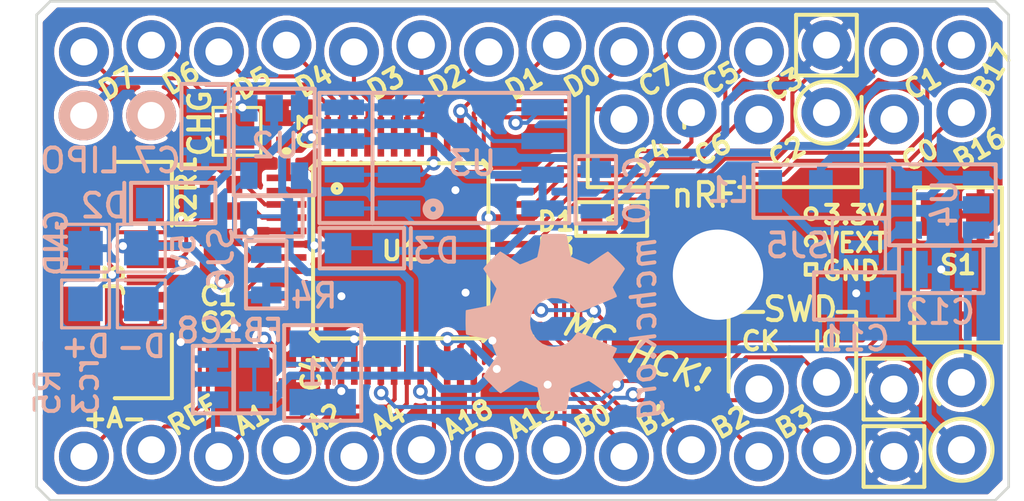
<source format=kicad_pcb>
(kicad_pcb (version 3) (host pcbnew "(2013-may-18)-stable")
  (title_block (title "MC HCK microcontroller board") (rev R5-rc3) (company "(c) 2011,2012,2013 Simon Schubert") (comment 1 "CERN OHL v.1.1 or later"))
  (layers (15 F.Cu signal) (0 B.Cu signal) (18 B.Paste user hide) (19 F.Paste user hide) (20 B.SilkS user) (21 F.SilkS user) (22 B.Mask user hide) (23 F.Mask user hide) (28 Edge.Cuts user))
  (net 0 "")
  (net 1 /MCU/+5V)
  (net 2 /MCU/PL1)
  (net 3 /MCU/PL10)
  (net 4 /MCU/PL11)
  (net 5 /MCU/PL12)
  (net 6 /MCU/PL2)
  (net 7 /MCU/PL3)
  (net 8 /MCU/PL4)
  (net 9 /MCU/PL5)
  (net 10 /MCU/PL6)
  (net 11 /MCU/PL7)
  (net 12 /MCU/PL8)
  (net 13 /MCU/PL9)
  (net 14 /MCU/PR1)
  (net 15 /MCU/PR2)
  (net 16 /MCU/PR3)
  (net 17 /MCU/PR5)
  (net 18 /MCU/PR6)
  (net 19 /MCU/PU1)
  (net 20 /MCU/PU10)
  (net 21 /MCU/PU11)
  (net 22 /MCU/PU13)
  (net 23 /MCU/PU14)
  (net 24 /MCU/PU2)
  (net 25 /MCU/PU3)
  (net 26 /MCU/PU4)
  (net 27 /MCU/PU5)
  (net 28 /MCU/PU6)
  (net 29 /MCU/PU7)
  (net 30 /MCU/PU8)
  (net 31 /MCU/PU9)
  (net 32 /MCU/SWD_CLK)
  (net 33 /MCU/SWD_DIO)
  (net 34 /MCU/USB_DM)
  (net 35 /MCU/USB_DP)
  (net 36 /MCU/VREGUSB)
  (net 37 /USB/USB_D+)
  (net 38 /USB/USB_D-)
  (net 39 /power/VLIPO)
  (net 40 /power/VRAW)
  (net 41 N-0000040)
  (net 42 N-0000041)
  (net 43 N-0000042)
  (net 44 N-0000043)
  (net 45 N-0000046)
  (net 46 N-0000047)
  (net 47 N-0000049)
  (net 48 N-0000050)
  (net 49 VDD)
  (net 50 VDDA)
  (net 51 VSS)
  (module SparkFun-1X06_LOCK (layer B.Cu) (at 60.96 45.72)
    (fp_text reference P1 hide)
    (fp_text value RIGHT_PINS hide)
    (pad 1 thru_hole circle (at 0 0.127) (size 1.8796 1.8796) (drill 1.016) (layers *.Cu *.Mask) (net 14 /MCU/PR1))
    (pad 2 thru_hole circle (at 2.54 -0.127) (size 1.8796 1.8796) (drill 1.016) (layers *.Cu *.Mask) (net 15 /MCU/PR2))
    (pad 3 thru_hole circle (at 5.08 0.127) (size 1.8796 1.8796) (drill 1.016) (layers *.Cu *.Mask) (net 16 /MCU/PR3))
    (pad 4 thru_hole circle (at 7.62 -0.127) (size 1.8796 1.8796) (drill 1.016) (layers *.Cu *.Mask) (net 49 VDD))
    (pad 5 thru_hole circle (at 10.16 0.127) (size 1.8796 1.8796) (drill 1.016) (layers *.Cu *.Mask) (net 17 /MCU/PR5))
    (pad 6 thru_hole circle (at 12.7 -0.127) (size 1.8796 1.8796) (drill 1.016) (layers *.Cu *.Mask) (net 18 /MCU/PR6))
  )
  (module SOD-523F (layer B.Cu) (at 44 49)
    (fp_text reference D2 (at -2.6 0.1) (layer B.SilkS) (effects (font (size 0.89916 0.89916) (thickness 0.14986)) (justify mirror)))
    (fp_text value CDBU0530 hide)
    (pad C smd rect (at -0.89916 0) (size 1.00076 1.143) (layers B.Cu B.Mask) (net 1 /MCU/+5V))
    (pad A smd rect (at 0.89916 0) (size 1.00076 1.143) (layers B.Cu B.Mask) (net 39 /power/VLIPO))
  )
  (module SM0805-3WAY (layer B.Cu) (at 68.3718 48.5582 180)
    (fp_text reference L1 (at 3.4748 0.0442 360) (layer B.SilkS) (effects (font (size 0.89916 0.89916) (thickness 0.14986)) (justify mirror)))
    (fp_text value INDUCTOR_SELECT hide)
    (pad 1 smd rect (at -1.905 0 180) (size 0.889 1.6002) (layers B.Cu B.Mask) (net 40 /power/VRAW))
    (pad 2 smd rect (at 0 0 180) (size 0.889 1.6002) (layers B.Cu B.Mask) (net 44 N-0000043))
    (pad 3 smd rect (at 1.905 0 180) (size 0.889 1.6002) (layers B.Cu B.Mask) (net 49 VDD))
  )
  (module SparkFun-1X04_LOCK (layer B.Cu) (at 66.04 55.88)
    (fp_text reference P2 hide)
    (fp_text value DEBUG hide)
    (pad 1 thru_hole circle (at 0 0.127) (size 1.8796 1.8796) (drill 1.016) (layers *.Cu *.Mask) (net 32 /MCU/SWD_CLK))
    (pad 2 thru_hole circle (at 2.54 -0.127) (size 1.8796 1.8796) (drill 1.016) (layers *.Cu *.Mask) (net 33 /MCU/SWD_DIO))
    (pad 3 thru_hole circle (at 5.08 0.127) (size 1.8796 1.8796) (drill 1.016) (layers *.Cu *.Mask) (net 51 VSS))
    (pad 4 thru_hole circle (at 7.62 -0.127) (size 1.8796 1.8796) (drill 1.016) (layers *.Cu *.Mask) (net 40 /power/VRAW))
  )
  (module SOT23-5 (layer B.Cu) (at 47.8 46.7)
    (fp_text reference U2 (at 0.04 0.1376 180) (layer B.SilkS) (effects (font (size 0.89916 0.89916) (thickness 0.14986)) (justify mirror)))
    (fp_text value MCP73831-SOT hide)
    (pad 1 smd rect (at -0.9525 -1.27) (size 0.65024 1.00076) (layers B.Cu B.Paste B.Mask) (net 41 N-0000040))
    (pad 3 smd rect (at 0.9525 -1.27) (size 0.65024 1.00076) (layers B.Cu B.Paste B.Mask) (net 39 /power/VLIPO))
    (pad 5 smd rect (at -0.9525 1.27) (size 0.65024 1.00076) (layers B.Cu B.Paste B.Mask) (net 42 N-0000041))
    (pad 2 smd rect (at 0 -1.27) (size 0.65024 1.00076) (layers B.Cu B.Paste B.Mask) (net 51 VSS))
    (pad 4 smd rect (at 0.9525 1.27) (size 0.65024 1.00076) (layers B.Cu B.Paste B.Mask) (net 1 /MCU/+5V))
  )
  (module SparkFun-CRYSTAL-32KHZ-SMD (layer B.Cu) (at 49.625 55.4 90)
    (fp_text reference Y1 (at 0 0 180) (layer B.SilkS) (effects (font (size 0.89916 0.89916) (thickness 0.14986)) (justify mirror)))
    (fp_text value CRYSTAL32-SMD hide)
    (pad X1 smd rect (at -1.09982 0 90) (size 0.99822 2.49936) (layers B.Cu B.Paste B.Mask) (net 45 N-0000046))
    (pad X2 smd rect (at 1.09982 0 90) (size 0.99822 2.49936) (layers B.Cu B.Paste B.Mask) (net 48 N-0000050))
  )
  (module mounthole_3mm (layer F.Cu) (at 64.5 51.7)
    (fp_text reference H1 hide)
    (fp_text value MOUNTHOLE hide)
    (pad 1 thru_hole circle (at 0 0) (size 3.4036 3.4036) (drill 3.40106) (layers *.Cu *.Mask) (net 51 VSS))
  )
  (module SparkFun-USB-MICROB (layer F.Cu) (at 40.3 51.9 270)
    (fp_text reference J3 (at 0 -1.5 270) (layer F.SilkS) (effects (font (size 0.7 0.7) (thickness 0.14986))))
    (fp_text value MICRO_USB hide)
    (pad 3 smd rect (at 0 -2.94894 270) (size 0.39878 1.99898) (layers F.Cu F.Paste F.Mask) (net 37 /USB/USB_D+))
    (pad 2 smd rect (at -0.6477 -2.94894 270) (size 0.39878 1.99898) (layers F.Cu F.Paste F.Mask) (net 38 /USB/USB_D-))
    (pad 5 smd rect (at 1.29794 -2.94894 270) (size 0.39878 1.99898) (layers F.Cu F.Paste F.Mask) (net 51 VSS))
    (pad "" smd rect (at -3.85064 0 270) (size 2.10058 1.89992) (layers F.Cu F.Paste F.Mask))
    (pad "" smd rect (at 3.85064 0 270) (size 2.10058 1.89992) (layers F.Cu F.Paste F.Mask))
    (pad 4 smd rect (at 0.6477 -2.94894 270) (size 0.39878 1.99898) (layers F.Cu F.Paste F.Mask))
    (pad 1 smd rect (at -1.29794 -2.94894 270) (size 0.39878 1.99898) (layers F.Cu F.Paste F.Mask) (net 1 /MCU/+5V))
    (pad "" smd rect (at -3.0988 -2.55016 270) (size 2.10058 1.6002) (layers F.Cu F.Paste F.Mask))
    (pad "" smd rect (at 3.0988 -2.55016 270) (size 2.10058 1.6002) (layers F.Cu F.Paste F.Mask))
    (pad "" smd rect (at -1.19888 0 270) (size 1.89992 1.89992) (layers F.Cu F.Paste F.Mask))
    (pad "" smd rect (at 1.19888 0 270) (size 1.89992 1.89992) (layers F.Cu F.Paste F.Mask))
  )
  (module SparkFun-1X14_LOCK (layer B.Cu) (at 40.64 43.18)
    (fp_text reference P3 hide)
    (fp_text value UPPER_PINS hide)
    (pad 1 thru_hole circle (at 0 0.127) (size 1.8796 1.8796) (drill 1.016) (layers *.Cu *.Mask) (net 19 /MCU/PU1))
    (pad 2 thru_hole circle (at 2.54 -0.127) (size 1.8796 1.8796) (drill 1.016) (layers *.Cu *.Mask) (net 24 /MCU/PU2))
    (pad 3 thru_hole circle (at 5.08 0.127) (size 1.8796 1.8796) (drill 1.016) (layers *.Cu *.Mask) (net 25 /MCU/PU3))
    (pad 4 thru_hole circle (at 7.62 -0.127) (size 1.8796 1.8796) (drill 1.016) (layers *.Cu *.Mask) (net 26 /MCU/PU4))
    (pad 5 thru_hole circle (at 10.16 0.127) (size 1.8796 1.8796) (drill 1.016) (layers *.Cu *.Mask) (net 27 /MCU/PU5))
    (pad 6 thru_hole circle (at 12.7 -0.127) (size 1.8796 1.8796) (drill 1.016) (layers *.Cu *.Mask) (net 28 /MCU/PU6))
    (pad 7 thru_hole circle (at 15.24 0.127) (size 1.8796 1.8796) (drill 1.016) (layers *.Cu *.Mask) (net 29 /MCU/PU7))
    (pad 8 thru_hole circle (at 17.78 -0.127) (size 1.8796 1.8796) (drill 1.016) (layers *.Cu *.Mask) (net 30 /MCU/PU8))
    (pad 9 thru_hole circle (at 20.32 0.127) (size 1.8796 1.8796) (drill 1.016) (layers *.Cu *.Mask) (net 31 /MCU/PU9))
    (pad 10 thru_hole circle (at 22.86 -0.127) (size 1.8796 1.8796) (drill 1.016) (layers *.Cu *.Mask) (net 20 /MCU/PU10))
    (pad 11 thru_hole circle (at 25.4 0.127) (size 1.8796 1.8796) (drill 1.016) (layers *.Cu *.Mask) (net 21 /MCU/PU11))
    (pad 12 thru_hole circle (at 27.94 -0.127) (size 1.8796 1.8796) (drill 1.016) (layers *.Cu *.Mask) (net 51 VSS))
    (pad 13 thru_hole circle (at 30.48 0.127) (size 1.8796 1.8796) (drill 1.016) (layers *.Cu *.Mask) (net 22 /MCU/PU13))
    (pad 14 thru_hole circle (at 33.02 -0.127) (size 1.8796 1.8796) (drill 1.016) (layers *.Cu *.Mask) (net 23 /MCU/PU14))
  )
  (module SparkFun-1X14_LOCK (layer B.Cu) (at 40.64 58.42)
    (fp_text reference P4 hide)
    (fp_text value LOWER_PINS hide)
    (pad 1 thru_hole circle (at 0 0.127) (size 1.8796 1.8796) (drill 1.016) (layers *.Cu *.Mask) (net 2 /MCU/PL1))
    (pad 2 thru_hole circle (at 2.54 -0.127) (size 1.8796 1.8796) (drill 1.016) (layers *.Cu *.Mask) (net 6 /MCU/PL2))
    (pad 3 thru_hole circle (at 5.08 0.127) (size 1.8796 1.8796) (drill 1.016) (layers *.Cu *.Mask) (net 7 /MCU/PL3))
    (pad 4 thru_hole circle (at 7.62 -0.127) (size 1.8796 1.8796) (drill 1.016) (layers *.Cu *.Mask) (net 8 /MCU/PL4))
    (pad 5 thru_hole circle (at 10.16 0.127) (size 1.8796 1.8796) (drill 1.016) (layers *.Cu *.Mask) (net 9 /MCU/PL5))
    (pad 6 thru_hole circle (at 12.7 -0.127) (size 1.8796 1.8796) (drill 1.016) (layers *.Cu *.Mask) (net 10 /MCU/PL6))
    (pad 7 thru_hole circle (at 15.24 0.127) (size 1.8796 1.8796) (drill 1.016) (layers *.Cu *.Mask) (net 11 /MCU/PL7))
    (pad 8 thru_hole circle (at 17.78 -0.127) (size 1.8796 1.8796) (drill 1.016) (layers *.Cu *.Mask) (net 12 /MCU/PL8))
    (pad 9 thru_hole circle (at 20.32 0.127) (size 1.8796 1.8796) (drill 1.016) (layers *.Cu *.Mask) (net 13 /MCU/PL9))
    (pad 10 thru_hole circle (at 22.86 -0.127) (size 1.8796 1.8796) (drill 1.016) (layers *.Cu *.Mask) (net 3 /MCU/PL10))
    (pad 11 thru_hole circle (at 25.4 0.127) (size 1.8796 1.8796) (drill 1.016) (layers *.Cu *.Mask) (net 4 /MCU/PL11))
    (pad 12 thru_hole circle (at 27.94 -0.127) (size 1.8796 1.8796) (drill 1.016) (layers *.Cu *.Mask) (net 5 /MCU/PL12))
    (pad 13 thru_hole circle (at 30.48 0.127) (size 1.8796 1.8796) (drill 1.016) (layers *.Cu *.Mask) (net 51 VSS))
    (pad 14 thru_hole circle (at 33.02 -0.127) (size 1.8796 1.8796) (drill 1.016) (layers *.Cu *.Mask) (net 49 VDD))
  )
  (module SparkFun-SO08 (layer B.Cu) (at 55.2 47.3 90)
    (fp_text reference U3 (at -0.2 0.05 360) (layer B.SilkS) (effects (font (size 0.89916 0.89916) (thickness 0.14986)) (justify mirror)))
    (fp_text value SPI_FLASH-X25XXSMD hide)
    (pad 1 smd rect (at -1.905 -2.70002 90) (size 0.6096 1.6002) (layers B.Cu B.Paste B.Mask) (net 17 /MCU/PR5))
    (pad 2 smd rect (at -0.635 -2.70002 90) (size 0.6096 1.6002) (layers B.Cu B.Paste B.Mask) (net 31 /MCU/PU9))
    (pad 3 smd rect (at 0.635 -2.70002 90) (size 0.6096 1.6002) (layers B.Cu B.Paste B.Mask) (net 49 VDD))
    (pad 4 smd rect (at 1.905 -2.70002 90) (size 0.6096 1.6002) (layers B.Cu B.Paste B.Mask) (net 51 VSS))
    (pad 5 smd rect (at 1.905 2.70002 90) (size 0.6096 1.6002) (layers B.Cu B.Paste B.Mask) (net 15 /MCU/PR2))
    (pad 6 smd rect (at 0.635 2.70002 90) (size 0.6096 1.6002) (layers B.Cu B.Paste B.Mask) (net 20 /MCU/PU10))
    (pad 7 smd rect (at -0.635 2.70002 90) (size 0.6096 1.6002) (layers B.Cu B.Paste B.Mask) (net 49 VDD))
    (pad 8 smd rect (at -1.905 2.70002 90) (size 0.6096 1.6002) (layers B.Cu B.Paste B.Mask) (net 49 VDD))
    (pad 1 smd rect (at -1.905 -4.75996 90) (size 0.5842 1.48082) (layers B.Cu B.Paste B.Mask) (net 17 /MCU/PR5))
    (pad 2 smd rect (at -0.635 -4.75996 90) (size 0.5842 1.48082) (layers B.Cu B.Paste B.Mask) (net 31 /MCU/PU9))
    (pad 3 smd rect (at 0.635 -4.75996 90) (size 0.5842 1.48082) (layers B.Cu B.Paste B.Mask) (net 49 VDD))
    (pad 4 smd rect (at 1.905 -4.75996 90) (size 0.5842 1.48082) (layers B.Cu B.Paste B.Mask) (net 51 VSS))
  )
  (module SM0603 (layer B.Cu) (at 47.5 51.7 270)
    (fp_text reference R4 (at 0.8 -1.8 360) (layer B.SilkS) (effects (font (size 0.89916 0.89916) (thickness 0.14986)) (justify mirror)))
    (fp_text value 20k hide)
    (pad 1 smd rect (at -0.762 0 270) (size 0.635 1.143) (layers B.Cu B.Paste B.Mask) (net 42 N-0000041))
    (pad 2 smd rect (at 0.762 0 270) (size 0.635 1.143) (layers B.Cu B.Paste B.Mask) (net 51 VSS))
  )
  (module LED-0603 (layer F.Cu) (at 60.5 49.6 180)
    (fp_text reference D1 (at 2.1 -0.1 180) (layer F.SilkS) (effects (font (size 0.7 0.7) (thickness 0.14986))))
    (fp_text value LED hide)
    (pad 1 smd rect (at -0.7493 0 180) (size 0.79756 0.79756) (layers F.Cu F.Paste F.Mask) (net 18 /MCU/PR6))
    (pad 2 smd rect (at 0.7493 0 180) (size 0.79756 0.79756) (layers F.Cu F.Paste F.Mask) (net 47 N-0000049))
  )
  (module LQFP48 (layer F.Cu) (at 52.562 50.8)
    (fp_text reference U1 (at 0 0) (layer F.SilkS) (effects (font (size 0.7 0.7) (thickness 0.14986))))
    (fp_text value MK20LF hide)
    (pad 1 smd rect (at -4.29768 -2.74828) (size 1.4986 0.24892) (layers F.Cu F.Paste F.Mask) (net 49 VDD))
    (pad 2 smd rect (at -4.29768 -2.2479) (size 1.4986 0.24892) (layers F.Cu F.Paste F.Mask) (net 51 VSS))
    (pad 3 smd rect (at -4.29768 -1.74752) (size 1.4986 0.24892) (layers F.Cu F.Paste F.Mask) (net 35 /MCU/USB_DP))
    (pad 4 smd rect (at -4.29768 -1.24968) (size 1.4986 0.24892) (layers F.Cu F.Paste F.Mask) (net 34 /MCU/USB_DM))
    (pad 5 smd rect (at -4.29768 -0.7493) (size 1.4986 0.24892) (layers F.Cu F.Paste F.Mask) (net 36 /MCU/VREGUSB))
    (pad 6 smd rect (at -4.29768 -0.24892) (size 1.4986 0.24892) (layers F.Cu F.Paste F.Mask) (net 1 /MCU/+5V))
    (pad 7 smd rect (at -4.29768 0.24892) (size 1.4986 0.24892) (layers F.Cu F.Paste F.Mask) (net 2 /MCU/PL1))
    (pad 8 smd rect (at -4.29768 0.7493) (size 1.4986 0.24892) (layers F.Cu F.Paste F.Mask) (net 6 /MCU/PL2))
    (pad 9 smd rect (at -4.29768 1.24968) (size 1.4986 0.24892) (layers F.Cu F.Paste F.Mask) (net 50 VDDA))
    (pad 10 smd rect (at -4.29768 1.74752) (size 1.4986 0.24892) (layers F.Cu F.Paste F.Mask) (net 50 VDDA))
    (pad 11 smd rect (at -4.29768 2.2479) (size 1.4986 0.24892) (layers F.Cu F.Paste F.Mask) (net 51 VSS))
    (pad 12 smd rect (at -4.29768 2.74828) (size 1.4986 0.24892) (layers F.Cu F.Paste F.Mask) (net 51 VSS))
    (pad 13 smd rect (at -2.74828 4.29768) (size 0.24892 1.4986) (layers F.Cu F.Paste F.Mask) (net 7 /MCU/PL3))
    (pad 14 smd rect (at -2.2479 4.29768) (size 0.24892 1.4986) (layers F.Cu F.Paste F.Mask) (net 45 N-0000046))
    (pad 15 smd rect (at -1.74752 4.29768) (size 0.24892 1.4986) (layers F.Cu F.Paste F.Mask) (net 48 N-0000050))
    (pad 16 smd rect (at -1.24968 4.29768) (size 0.24892 1.4986) (layers F.Cu F.Paste F.Mask) (net 49 VDD))
    (pad 17 smd rect (at -0.7493 4.29768) (size 0.24892 1.4986) (layers F.Cu F.Paste F.Mask) (net 32 /MCU/SWD_CLK))
    (pad 18 smd rect (at -0.24892 4.29768) (size 0.24892 1.4986) (layers F.Cu F.Paste F.Mask) (net 8 /MCU/PL4))
    (pad 19 smd rect (at 0.24892 4.29768) (size 0.24892 1.4986) (layers F.Cu F.Paste F.Mask) (net 9 /MCU/PL5))
    (pad 20 smd rect (at 0.7493 4.29768) (size 0.24892 1.4986) (layers F.Cu F.Paste F.Mask) (net 33 /MCU/SWD_DIO))
    (pad 21 smd rect (at 1.24968 4.29768) (size 0.24892 1.4986) (layers F.Cu F.Paste F.Mask) (net 10 /MCU/PL6))
    (pad 22 smd rect (at 1.74752 4.29768) (size 0.24892 1.4986) (layers F.Cu F.Paste F.Mask) (net 49 VDD))
    (pad 23 smd rect (at 2.2479 4.29768) (size 0.24892 1.4986) (layers F.Cu F.Paste F.Mask) (net 51 VSS))
    (pad 24 smd rect (at 2.74828 4.29768) (size 0.24892 1.4986) (layers F.Cu F.Paste F.Mask) (net 11 /MCU/PL7))
    (pad 25 smd rect (at 4.29768 2.74828) (size 1.4986 0.24892) (layers F.Cu F.Paste F.Mask) (net 12 /MCU/PL8))
    (pad 26 smd rect (at 4.29768 2.2479) (size 1.4986 0.24892) (layers F.Cu F.Paste F.Mask) (net 46 N-0000047))
    (pad 27 smd rect (at 4.29768 1.74752) (size 1.4986 0.24892) (layers F.Cu F.Paste F.Mask) (net 13 /MCU/PL9))
    (pad 28 smd rect (at 4.29768 1.24968) (size 1.4986 0.24892) (layers F.Cu F.Paste F.Mask) (net 3 /MCU/PL10))
    (pad 29 smd rect (at 4.29768 0.7493) (size 1.4986 0.24892) (layers F.Cu F.Paste F.Mask) (net 4 /MCU/PL11))
    (pad 30 smd rect (at 4.29768 0.24892) (size 1.4986 0.24892) (layers F.Cu F.Paste F.Mask) (net 5 /MCU/PL12))
    (pad 31 smd rect (at 4.29768 -0.24892) (size 1.4986 0.24892) (layers F.Cu F.Paste F.Mask) (net 18 /MCU/PR6))
    (pad 32 smd rect (at 4.29768 -0.7493) (size 1.4986 0.24892) (layers F.Cu F.Paste F.Mask) (net 23 /MCU/PU14))
    (pad 33 smd rect (at 4.29768 -1.24968) (size 1.4986 0.24892) (layers F.Cu F.Paste F.Mask) (net 17 /MCU/PR5))
    (pad 34 smd rect (at 4.29768 -1.74752) (size 1.4986 0.24892) (layers F.Cu F.Paste F.Mask) (net 22 /MCU/PU13))
    (pad 35 smd rect (at 4.29768 -2.2479) (size 1.4986 0.24892) (layers F.Cu F.Paste F.Mask) (net 16 /MCU/PR3))
    (pad 36 smd rect (at 4.29768 -2.74828) (size 1.4986 0.24892) (layers F.Cu F.Paste F.Mask) (net 21 /MCU/PU11))
    (pad 37 smd rect (at 2.74828 -4.29768) (size 0.24892 1.4986) (layers F.Cu F.Paste F.Mask) (net 14 /MCU/PR1))
    (pad 38 smd rect (at 2.2479 -4.29768) (size 0.24892 1.4986) (layers F.Cu F.Paste F.Mask) (net 20 /MCU/PU10))
    (pad 39 smd rect (at 1.74752 -4.29768) (size 0.24892 1.4986) (layers F.Cu F.Paste F.Mask) (net 15 /MCU/PR2))
    (pad 40 smd rect (at 1.24968 -4.29768) (size 0.24892 1.4986) (layers F.Cu F.Paste F.Mask) (net 31 /MCU/PU9))
    (pad 41 smd rect (at 0.7493 -4.29768) (size 0.24892 1.4986) (layers F.Cu F.Paste F.Mask) (net 30 /MCU/PU8))
    (pad 42 smd rect (at 0.24892 -4.29768) (size 0.24892 1.4986) (layers F.Cu F.Paste F.Mask) (net 29 /MCU/PU7))
    (pad 43 smd rect (at -0.24892 -4.29768) (size 0.24892 1.4986) (layers F.Cu F.Paste F.Mask) (net 28 /MCU/PU6))
    (pad 44 smd rect (at -0.7493 -4.29768) (size 0.24892 1.4986) (layers F.Cu F.Paste F.Mask) (net 27 /MCU/PU5))
    (pad 45 smd rect (at -1.24968 -4.29768) (size 0.24892 1.4986) (layers F.Cu F.Paste F.Mask) (net 26 /MCU/PU4))
    (pad 46 smd rect (at -1.74752 -4.29768) (size 0.24892 1.4986) (layers F.Cu F.Paste F.Mask) (net 25 /MCU/PU3))
    (pad 47 smd rect (at -2.2479 -4.29768) (size 0.24892 1.4986) (layers F.Cu F.Paste F.Mask) (net 24 /MCU/PU2))
    (pad 48 smd rect (at -2.74828 -4.29768) (size 0.24892 1.4986) (layers F.Cu F.Paste F.Mask) (net 19 /MCU/PU1))
  )
  (module SM0805 (layer B.Cu) (at 45.2 46.1 270)
    (fp_text reference C7 (at 1.3 1.8 360) (layer B.SilkS) (effects (font (size 0.89916 0.89916) (thickness 0.14986)) (justify mirror)))
    (fp_text value 4.7u hide)
    (pad 1 smd rect (at -0.9525 0 270) (size 0.889 1.397) (layers B.Cu B.Paste B.Mask) (net 39 /power/VLIPO))
    (pad 2 smd rect (at 0.9525 0 270) (size 0.889 1.397) (layers B.Cu B.Paste B.Mask) (net 51 VSS))
  )
  (module SM0603_Capa (layer B.Cu) (at 59.9 48.5 90)
    (fp_text reference C10 (at -0.014 1.552 90) (layer B.SilkS) (effects (font (size 0.89916 0.89916) (thickness 0.14986)) (justify mirror)))
    (fp_text value 100n hide)
    (pad 1 smd rect (at -0.762 0 90) (size 0.635 1.143) (layers B.Cu B.Paste B.Mask) (net 49 VDD))
    (pad 2 smd rect (at 0.762 0 90) (size 0.635 1.143) (layers B.Cu B.Paste B.Mask) (net 51 VSS))
  )
  (module SOD-523F-NC (layer B.Cu) (at 51.1 50.7 180)
    (fp_text reference D3 (at -2.8 -0.1 180) (layer B.SilkS) (effects (font (size 0.89916 0.89916) (thickness 0.14986)) (justify mirror)))
    (fp_text value CDBU0530 hide)
    (fp_line (start -0.6985 0) (end 0.6985 0) (layer B.Cu) (width 0.14986))
    (pad C smd rect (at -0.89916 0 180) (size 1.00076 1.143) (layers B.Cu B.Mask) (net 40 /power/VRAW))
    (pad A smd rect (at 0.89916 0 180) (size 1.00076 1.143) (layers B.Cu B.Mask) (net 1 /MCU/+5V))
  )
  (module SM0805 (layer B.Cu) (at 72.9 51.5 180)
    (fp_text reference C12 (at 0.0458 -1.6068 180) (layer B.SilkS) (effects (font (size 0.89916 0.89916) (thickness 0.14986)) (justify mirror)))
    (fp_text value 10u hide)
    (pad 1 smd rect (at -0.9525 0 180) (size 0.889 1.397) (layers B.Cu B.Paste B.Mask) (net 40 /power/VRAW))
    (pad 2 smd rect (at 0.9525 0 180) (size 0.889 1.397) (layers B.Cu B.Paste B.Mask) (net 51 VSS))
  )
  (module SM0805 (layer B.Cu) (at 69.7 52.5)
    (fp_text reference C11 (at -0.0458 1.6068 180) (layer B.SilkS) (effects (font (size 0.89916 0.89916) (thickness 0.14986)) (justify mirror)))
    (fp_text value 10u hide)
    (pad 1 smd rect (at -0.9525 0) (size 0.889 1.397) (layers B.Cu B.Paste B.Mask) (net 49 VDD))
    (pad 2 smd rect (at 0.9525 0) (size 0.889 1.397) (layers B.Cu B.Paste B.Mask) (net 51 VSS))
  )
  (module OHW-LOGO-6mm (layer B.Cu) (at 58 53.5 90)
    (fp_text reference G1 hide)
    (fp_text value "OHW LOGO" hide)
  )
  (module SM0603_NC (layer B.Cu) (at 47.05 55.65 90)
    (fp_text reference FB1 (at 1.85 -0.05 180) (layer B.SilkS) (effects (font (size 0.81 0.81) (thickness 0.1524)) (justify mirror)))
    (fp_text value FILTER hide)
    (fp_line (start 0.50038 0) (end -0.50038 0) (layer B.Cu) (width 0.14986))
    (pad 1 smd rect (at -0.762 0 90) (size 0.635 1.143) (layers B.Cu B.Mask) (net 49 VDD))
    (pad 2 smd rect (at 0.762 0 90) (size 0.635 1.143) (layers B.Cu B.Mask) (net 50 VDDA))
  )
  (module SOT23-5 (layer B.Cu) (at 72.9438 49.0662 270)
    (fp_text reference U4 (at -0.0442 -0.0812 450) (layer B.SilkS) (effects (font (size 0.89916 0.89916) (thickness 0.14986)) (justify mirror)))
    (fp_text value MULTIREG hide)
    (pad 1 smd rect (at -0.9525 -1.27 270) (size 0.65024 1.00076) (layers B.Cu B.Paste B.Mask) (net 40 /power/VRAW))
    (pad 3 smd rect (at 0.9525 -1.27 270) (size 0.65024 1.00076) (layers B.Cu B.Paste B.Mask) (net 40 /power/VRAW))
    (pad 5 smd rect (at -0.9525 1.27 270) (size 0.65024 1.00076) (layers B.Cu B.Paste B.Mask) (net 44 N-0000043))
    (pad 2 smd rect (at 0 -1.27 270) (size 0.65024 1.00076) (layers B.Cu B.Paste B.Mask) (net 51 VSS))
    (pad 4 smd rect (at 0.9525 1.27 270) (size 0.65024 1.00076) (layers B.Cu B.Paste B.Mask) (net 43 N-0000042))
  )
  (module TACT_4x3 (layer F.Cu) (at 73.533 51.3334 90)
    (fp_text reference S1 (at 0 0 180) (layer F.SilkS) (effects (font (size 0.7 0.7) (thickness 0.14986))))
    (fp_text value TAC_SWITCHSMD_EVQP2 hide)
    (pad 1 smd rect (at -1.9 -0.8509 90) (size 1.6 1.1) (layers F.Cu F.Paste F.Mask) (net 46 N-0000047))
    (pad 2 smd rect (at -1.9 0.85 90) (size 1.6 1.1) (layers F.Cu F.Paste F.Mask) (net 51 VSS))
    (pad 3 smd rect (at 1.9 -0.8509 90) (size 1.6 1.1) (layers F.Cu F.Paste F.Mask))
    (pad 4 smd rect (at 1.9 0.8509 90) (size 1.6 1.1) (layers F.Cu F.Paste F.Mask) (net 51 VSS))
  )
  (module SM0603_Capa (layer B.Cu) (at 45.5 55.65 90)
    (fp_text reference C8 (at 1.85 -0.5 180) (layer B.SilkS) (effects (font (size 0.9 0.9) (thickness 0.1524)) (justify mirror)))
    (fp_text value 100n hide)
    (pad 1 smd rect (at -0.762 0 90) (size 0.635 1.143) (layers B.Cu B.Paste B.Mask) (net 7 /MCU/PL3))
    (pad 2 smd rect (at 0.762 0 90) (size 0.635 1.143) (layers B.Cu B.Paste B.Mask) (net 51 VSS))
  )
  (module SM0603_NC (layer B.Cu) (at 47.6 49.5)
    (fp_text reference SJ6 (at -1.8 1.6 90) (layer B.SilkS) (effects (font (size 0.89916 0.89916) (thickness 0.14986)) (justify mirror)))
    (fp_text value SOLDERJUMPERNC hide)
    (fp_line (start 0.50038 0) (end -0.50038 0) (layer B.Cu) (width 0.14986))
    (pad 1 smd rect (at -0.762 0) (size 0.635 1.143) (layers B.Cu B.Mask) (net 36 /MCU/VREGUSB))
    (pad 2 smd rect (at 0.762 0) (size 0.635 1.143) (layers B.Cu B.Mask) (net 49 VDD))
  )
  (module SMD-1005 (layer F.Cu) (at 45.8 48.3 90)
    (fp_text reference R1 (at 0.4 -1.3 90) (layer F.SilkS) (effects (font (size 0.7 0.7))))
    (fp_text value 33 hide)
    (pad 1 smd rect (at 0 -0.5 90) (size 0.65 0.6) (layers F.Cu F.Paste F.Mask) (net 37 /USB/USB_D+))
    (pad 2 smd rect (at 0 0.5 90) (size 0.65 0.6) (layers F.Cu F.Paste F.Mask) (net 35 /MCU/USB_DP))
  )
  (module SMD-1005 (layer F.Cu) (at 45.8 49.3 90)
    (fp_text reference R2 (at 0 -1.3 90) (layer F.SilkS) (effects (font (size 0.7 0.7))))
    (fp_text value 33 hide)
    (pad 1 smd rect (at 0 -0.5 90) (size 0.65 0.6) (layers F.Cu F.Paste F.Mask) (net 38 /USB/USB_D-))
    (pad 2 smd rect (at 0 0.5 90) (size 0.65 0.6) (layers F.Cu F.Paste F.Mask) (net 34 /MCU/USB_DM))
  )
  (module SMD-1005 (layer F.Cu) (at 48.2 46.3 180)
    (fp_text reference C3 (at -0.9 0 270) (layer F.SilkS) (effects (font (size 0.7 0.7))))
    (fp_text value 100n hide)
    (pad 1 smd rect (at 0 -0.5 180) (size 0.65 0.6) (layers F.Cu F.Paste F.Mask) (net 49 VDD))
    (pad 2 smd rect (at 0 0.5 180) (size 0.65 0.6) (layers F.Cu F.Paste F.Mask) (net 51 VSS))
  )
  (module SMD-1005 (layer F.Cu) (at 45.8 50.3 270)
    (fp_text reference C1 (at 2.2 0.1 360) (layer F.SilkS) (effects (font (size 0.7 0.7))))
    (fp_text value 2.2u hide)
    (pad 1 smd rect (at 0 -0.5 270) (size 0.65 0.6) (layers F.Cu F.Paste F.Mask) (net 36 /MCU/VREGUSB))
    (pad 2 smd rect (at 0 0.5 270) (size 0.65 0.6) (layers F.Cu F.Paste F.Mask) (net 51 VSS))
  )
  (module SMD-1005 (layer F.Cu) (at 57 55.2 90)
    (fp_text reference C5 (at 0.8 0 180) (layer F.SilkS) (effects (font (size 0.7 0.7))))
    (fp_text value 100n hide)
    (pad 1 smd rect (at 0 -0.5 90) (size 0.65 0.6) (layers F.Cu F.Paste F.Mask) (net 49 VDD))
    (pad 2 smd rect (at 0 0.5 90) (size 0.65 0.6) (layers F.Cu F.Paste F.Mask) (net 51 VSS))
  )
  (module SMD-1005 (layer F.Cu) (at 48.3 55.4)
    (fp_text reference C4 (at 0.9 0 90) (layer F.SilkS) (effects (font (size 0.7 0.7))))
    (fp_text value 100n hide)
    (pad 1 smd rect (at 0 -0.5) (size 0.65 0.6) (layers F.Cu F.Paste F.Mask) (net 50 VDDA))
    (pad 2 smd rect (at 0 0.5) (size 0.65 0.6) (layers F.Cu F.Paste F.Mask) (net 51 VSS))
  )
  (module SMD-1005 (layer F.Cu) (at 60.1 51.7 90)
    (fp_text reference C6 (at 0 -1.7 180) (layer F.SilkS) (effects (font (size 0.7 0.7))))
    (fp_text value 100n hide)
    (pad 1 smd rect (at 0 -0.5 90) (size 0.65 0.6) (layers F.Cu F.Paste F.Mask) (net 46 N-0000047))
    (pad 2 smd rect (at 0 0.5 90) (size 0.65 0.6) (layers F.Cu F.Paste F.Mask) (net 51 VSS))
  )
  (module SMD-1005 (layer F.Cu) (at 60.1 50.7 90)
    (fp_text reference R3 (at 0 -1.7 180) (layer F.SilkS) (effects (font (size 0.7 0.7))))
    (fp_text value 1k hide)
    (pad 1 smd rect (at 0 -0.5 90) (size 0.65 0.6) (layers F.Cu F.Paste F.Mask) (net 47 N-0000049))
    (pad 2 smd rect (at 0 0.5 90) (size 0.65 0.6) (layers F.Cu F.Paste F.Mask) (net 51 VSS))
  )
  (module SMD-1005 (layer F.Cu) (at 45.8 51.3 270)
    (fp_text reference C2 (at 2.2 0.1 360) (layer F.SilkS) (effects (font (size 0.7 0.7))))
    (fp_text value 2.2u hide)
    (pad 1 smd rect (at 0 -0.5 270) (size 0.65 0.6) (layers F.Cu F.Paste F.Mask) (net 1 /MCU/+5V))
    (pad 2 smd rect (at 0 0.5 270) (size 0.65 0.6) (layers F.Cu F.Paste F.Mask) (net 51 VSS))
  )
  (module solder-jumper (layer B.Cu) (at 69.8 50.6)
    (fp_text reference SJ5 (at -2.3 0) (layer B.SilkS) (effects (font (size 0.9 0.9) (thickness 0.14986)) (justify mirror)))
    (fp_text value SOLDERJUMPERNO hide)
    (pad 1 smd rect (at 0.1 0.55) (size 1.3 0.4) (layers B.Cu B.Mask) (net 49 VDD))
    (pad 1 smd rect (at 0.1 -0.55) (size 1.3 0.4) (layers B.Cu B.Mask) (net 49 VDD))
    (pad 2 smd rect (at 0.155 0) (size 1.095 0.39) (layers B.Cu B.Mask) (net 43 N-0000042))
    (pad 1 smd rect (at -0.65 0) (size 0.2 1.5) (layers B.Cu B.Mask) (net 49 VDD))
  )
  (module solderpad (layer B.Cu) (at 42.8 50.7)
    (fp_text reference P9 hide)
    (fp_text value 5V (at 1.6 0.2 90) (layer B.SilkS) (effects (font (size 0.81 0.81) (thickness 0.14986)) (justify mirror)))
    (pad 1 smd rect (at 0 0) (size 1.3 1.3) (layers B.Cu B.Paste B.Mask) (net 1 /MCU/+5V))
  )
  (module solderpad (layer B.Cu) (at 40.7 50.7)
    (fp_text reference P10 hide)
    (fp_text value GND (at -1.1 -0.2 90) (layer B.SilkS) (effects (font (size 0.81 0.81) (thickness 0.14986)) (justify mirror)))
    (pad 1 smd rect (at 0 0) (size 1.3 1.3) (layers B.Cu B.Paste B.Mask) (net 51 VSS))
  )
  (module solderpad (layer B.Cu) (at 42.8 52.8)
    (fp_text reference P11 hide)
    (fp_text value D- (at 0 1.6) (layer B.SilkS) (effects (font (size 0.81 0.81) (thickness 0.14986)) (justify mirror)))
    (pad 1 smd rect (at 0 0) (size 1.3 1.3) (layers B.Cu B.Paste B.Mask) (net 38 /USB/USB_D-))
  )
  (module solderpad (layer B.Cu) (at 40.7 52.8)
    (fp_text reference P12 hide)
    (fp_text value D+ (at 0 1.6) (layer B.SilkS) (effects (font (size 0.81 0.81) (thickness 0.14986)) (justify mirror)))
    (pad 1 smd rect (at 0 0) (size 1.3 1.3) (layers B.Cu B.Paste B.Mask) (net 37 /USB/USB_D+))
  )
  (module solderpad (layer F.Cu) (at 46.4 46.3 90)
    (fp_text reference P5 hide)
    (fp_text value CHG (at 0.3 -1.4 90) (layer F.SilkS) (effects (font (size 0.81 0.81) (thickness 0.14986))))
    (pad 1 smd rect (at 0 0 90) (size 1.3 1.3) (layers F.Cu F.Paste F.Mask) (net 41 N-0000040))
  )
  (module SIL100-2 (layer B.Cu) (at 41.9 45.7)
    (fp_text reference P7 hide)
    (fp_text value LIPO (at -1.4 1.7) (layer B.SilkS) (effects (font (size 0.89916 0.89916) (thickness 0.14986)) (justify mirror)))
    (pad 1 thru_hole circle (at -1.27 0) (size 1.8796 1.8796) (drill 1.016) (layers *.Cu *.Mask B.SilkS) (net 39 /power/VLIPO))
    (pad 2 thru_hole circle (at 1.27 0) (size 1.8796 1.8796) (drill 1.016) (layers *.Cu *.Mask B.SilkS) (net 51 VSS))
  )
  (gr_text GND (at 69.5 51.55) (layer F.SilkS) (effects (font (size 0.7 0.7) (thickness 0.14986))))
  (gr_line (start 67.8 51.7) (end 67.8 51.3) (angle 90) (layer F.SilkS) (width 0.14986))
  (gr_line (start 68.2 51.7) (end 67.8 51.7) (angle 90) (layer F.SilkS) (width 0.14986))
  (gr_line (start 68.2 51.3) (end 68.2 51.7) (angle 90) (layer F.SilkS) (width 0.14986))
  (gr_line (start 67.8 51.3) (end 68.2 51.3) (angle 90) (layer F.SilkS) (width 0.14986))
  (gr_text VEXT (at 69.65 50.5) (layer F.SilkS) (effects (font (size 0.7 0.7) (thickness 0.14986))))
  (gr_arc (start 68 50.45) (end 67.859 50.591) (angle 270) (layer F.SilkS) (width 0.14986))
  (gr_text 3.3V (at 69.6 49.45) (layer F.SilkS) (effects (font (size 0.7 0.7) (thickness 0.14986))))
  (gr_circle (center 68 49.4) (end 68.05 49.6) (layer F.SilkS) (width 0.14986))
  (gr_line (start 64.9 53.1) (end 64.9 56.1) (angle 90) (layer F.SilkS) (width 0.14986))
  (gr_line (start 66.2 53.1) (end 64.9 53.1) (angle 90) (layer F.SilkS) (width 0.14986))
  (gr_line (start 69.7 53.1) (end 69.7 56.1) (angle 90) (layer F.SilkS) (width 0.14986))
  (gr_line (start 69 53.1) (end 69.7 53.1) (angle 90) (layer F.SilkS) (width 0.14986))
  (gr_text B2 (at 64.3 57.65 30) (layer F.SilkS) (effects (font (size 0.7 0.7) (thickness 0.14986)) (justify left)))
  (gr_line (start 69.9 48.4) (end 69.9 45) (angle 90) (layer F.SilkS) (width 0.14986))
  (gr_line (start 65.3 48.4) (end 69.9 48.4) (angle 90) (layer F.SilkS) (width 0.14986))
  (gr_line (start 62.6 48.4) (end 59.6 48.4) (angle 90) (layer F.SilkS) (width 0.14986))
  (gr_text nRF (at 64 48.7) (layer F.SilkS) (effects (font (size 0.89916 0.89916) (thickness 0.14986))))
  (gr_line (start 59.6 45) (end 59.6 48.4) (angle 90) (layer F.SilkS) (width 0.14986))
  (gr_line (start 38.862 41.91) (end 38.862 59.69) (angle 90) (layer Edge.Cuts) (width 0.1))
  (gr_line (start 63.23 46.1645) (end 63.23 45.72) (angle 90) (layer F.SilkS) (width 0.14986))
  (gr_line (start 72.263 54.864) (end 72.263 57.15) (angle 90) (layer F.SilkS) (width 0.14986))
  (gr_line (start 72.263 57.15) (end 69.977 57.15) (angle 90) (layer F.SilkS) (width 0.14986))
  (gr_line (start 69.977 57.15) (end 69.977 54.864) (angle 90) (layer F.SilkS) (width 0.14986))
  (gr_line (start 69.977 54.864) (end 72.263 54.864) (angle 90) (layer F.SilkS) (width 0.14986))
  (gr_text SWD (at 67.6 53) (layer F.SilkS) (effects (font (size 0.89916 0.89916) (thickness 0.14986))))
  (gr_line (start 74.93 60.198) (end 39.37 60.198) (angle 90) (layer Edge.Cuts) (width 0.09906))
  (gr_line (start 75.438 41.91) (end 75.438 59.69) (angle 90) (layer Edge.Cuts) (width 0.09906))
  (gr_line (start 39.37 41.402) (end 74.93 41.402) (angle 90) (layer Edge.Cuts) (width 0.09906))
  (gr_line (start 39.37 60.198) (end 38.862 59.69) (angle 90) (layer Edge.Cuts) (width 0.0996))
  (gr_line (start 75.438 59.69) (end 74.93 60.198) (angle 90) (layer Edge.Cuts) (width 0.0996))
  (gr_line (start 74.93 41.402) (end 75.438 41.91) (angle 90) (layer Edge.Cuts) (width 0.0996))
  (gr_line (start 38.862 41.91) (end 39.37 41.402) (angle 90) (layer Edge.Cuts) (width 0.0996))
  (gr_text +A- (at 41.8 57.1) (layer F.SilkS) (effects (font (size 0.7 0.7) (thickness 0.14986))))
  (gr_text C1 (at 72.2 44.5 30) (layer F.SilkS) (effects (font (size 0.7 0.7) (thickness 0.14986))))
  (gr_text B17 (at 74.85 44 60) (layer F.SilkS) (effects (font (size 0.7 0.7) (thickness 0.14986))))
  (gr_circle (center 68.58 45.593) (end 69.469 46.355) (layer F.SilkS) (width 0.14986))
  (gr_text C2 (at 67.1 47.1 30) (layer F.SilkS) (effects (font (size 0.7 0.7) (thickness 0.14986))))
  (gr_text C3 (at 67 44.55 30) (layer F.SilkS) (effects (font (size 0.7 0.7) (thickness 0.14986))))
  (gr_text A2 (at 49.7 57.15 30) (layer F.SilkS) (effects (font (size 0.7 0.7) (thickness 0.14986))))
  (gr_text IO (at 68.6 54.2) (layer F.SilkS) (effects (font (size 0.7 0.7) (thickness 0.14986))))
  (gr_text CK (at 66.1 54.2) (layer F.SilkS) (effects (font (size 0.7 0.7) (thickness 0.14986))))
  (gr_text C0 (at 72.1 47.2 30) (layer F.SilkS) (effects (font (size 0.7 0.7) (thickness 0.14986))))
  (gr_text B16 (at 74.35 46.95 30) (layer F.SilkS) (effects (font (size 0.7 0.7) (thickness 0.14986))))
  (gr_text B3 (at 66.7 57.65 30) (layer F.SilkS) (effects (font (size 0.7 0.7) (thickness 0.14986)) (justify left)))
  (gr_text B1 (at 62.15 57.15 30) (layer F.SilkS) (effects (font (size 0.7 0.7) (thickness 0.14986))))
  (gr_text B0 (at 59.8 57.2 30) (layer F.SilkS) (effects (font (size 0.7 0.7) (thickness 0.14986))))
  (gr_text A19 (at 57.5 57.1 30) (layer F.SilkS) (effects (font (size 0.7 0.7) (thickness 0.14986))))
  (gr_text A18 (at 55.1 57.15 30) (layer F.SilkS) (effects (font (size 0.7 0.7) (thickness 0.14986))))
  (gr_text A4 (at 52.1 57.15 30) (layer F.SilkS) (effects (font (size 0.7 0.7) (thickness 0.14986))))
  (gr_text A1 (at 46.95 57.15 30) (layer F.SilkS) (effects (font (size 0.7 0.7) (thickness 0.14986))))
  (gr_text REF (at 44.75 57 30) (layer F.SilkS) (effects (font (size 0.7 0.7) (thickness 0.14986))))
  (gr_text C4 (at 62 47.2 30) (layer F.SilkS) (effects (font (size 0.7 0.7) (thickness 0.14986))))
  (gr_text C5 (at 64.6 44.3 30) (layer F.SilkS) (effects (font (size 0.7 0.7) (thickness 0.14986))))
  (gr_text C6 (at 64.3 47 30) (layer F.SilkS) (effects (font (size 0.7 0.7) (thickness 0.14986))))
  (gr_text C7 (at 62.2 44.4 30) (layer F.SilkS) (effects (font (size 0.7 0.7) (thickness 0.14986))))
  (gr_text D0 (at 59.4 44.4 30) (layer F.SilkS) (effects (font (size 0.7 0.7) (thickness 0.14986))))
  (gr_text D1 (at 57.2 44.5 30) (layer F.SilkS) (effects (font (size 0.7 0.7) (thickness 0.14986))))
  (gr_text D2 (at 54.3 44.4 30) (layer F.SilkS) (effects (font (size 0.7 0.7) (thickness 0.14986))))
  (gr_text D3 (at 52 44.5 30) (layer F.SilkS) (effects (font (size 0.7 0.7) (thickness 0.14986))))
  (gr_text D4 (at 49.3 44.4 30) (layer F.SilkS) (effects (font (size 0.7 0.7) (thickness 0.14986))))
  (gr_text D5 (at 47 44.5 30) (layer F.SilkS) (effects (font (size 0.7 0.7) (thickness 0.14986))))
  (gr_text D6 (at 44.3 44.3 30) (layer F.SilkS) (effects (font (size 0.7 0.7) (thickness 0.14986))))
  (gr_text D7 (at 41.9 44.5 30) (layer F.SilkS) (effects (font (size 0.7 0.7) (thickness 0.14986))))
  (gr_circle (center 73.66 58.293) (end 74.549 59.055) (layer F.SilkS) (width 0.14986))
  (gr_line (start 69.977 57.404) (end 72.263 57.404) (angle 90) (layer F.SilkS) (width 0.14986))
  (gr_line (start 69.977 59.69) (end 69.977 57.404) (angle 90) (layer F.SilkS) (width 0.14986))
  (gr_line (start 72.263 59.69) (end 69.977 59.69) (angle 90) (layer F.SilkS) (width 0.14986))
  (gr_line (start 72.263 57.404) (end 72.263 59.69) (angle 90) (layer F.SilkS) (width 0.14986))
  (gr_line (start 69.723 44.196) (end 69.723 41.91) (angle 90) (layer F.SilkS) (width 0.14986))
  (gr_line (start 67.437 44.196) (end 69.723 44.196) (angle 90) (layer F.SilkS) (width 0.14986))
  (gr_line (start 67.437 41.91) (end 67.437 44.196) (angle 90) (layer F.SilkS) (width 0.14986))
  (gr_line (start 69.723 41.91) (end 67.437 41.91) (angle 90) (layer F.SilkS) (width 0.14986))
  (gr_arc (start 73.66 55.753) (end 72.8345 56.5785) (angle 270) (layer F.SilkS) (width 0.14986))
  (gr_text "R5\nrc3" (at 40 57.1 90) (layer B.SilkS) (effects (font (size 0.89916 0.89916) (thickness 0.14986)) (justify right mirror)))
  (gr_text "MC HCK!" (at 61.4 54.6 337) (layer F.SilkS) (effects (font (size 0.89916 0.89916) (thickness 0.14986) italic)))
  (gr_text mchck.org (at 61.7 53.7 90) (layer B.SilkS) (effects (font (size 0.89916 0.89916) (thickness 0.14986) italic) (justify mirror)))
  (segment (start 43.2 50.62) (end 43.2 49.09916) (width 0.29972) (layer B.Cu) (net 1))
  (segment (start 43.2 49.09916) (end 43.10084 49) (width 0.29972) (layer B.Cu) (net 1))
  (segment (start 42.2 50.62) (end 43.2 50.62) (width 0.29972) (layer B.Cu) (net 1))
  (segment (start 43.2 50.62) (end 43.12 50.62) (width 0.29972) (layer B.Cu) (net 1))
  (segment (start 44.62 50.62) (end 45.83 51.83) (width 0.29972) (layer B.Cu) (net 1))
  (segment (start 45.83 51.83) (end 45.83 52.01) (width 0.29972) (layer B.Cu) (net 1))
  (segment (start 46.3 51.54) (end 46.3 51.3) (width 0.29972) (layer F.Cu) (net 1))
  (segment (start 45.83 52.01) (end 46.3 51.54) (width 0.29972) (layer F.Cu) (net 1))
  (via (at 45.83 52.01) (size 0.55118) (layers F.Cu B.Cu) (net 1))
  (segment (start 49.2 50.486) (end 49.2 48.4175) (width 0.29972) (layer B.Cu) (net 1))
  (segment (start 49.2 48.4175) (end 48.7525 47.97) (width 0.29972) (layer B.Cu) (net 1))
  (segment (start 47.32892 50.55108) (end 46.58 51.3) (width 0.29972) (layer F.Cu) (net 1))
  (segment (start 46.58 51.3) (end 46.3 51.3) (width 0.29972) (layer F.Cu) (net 1))
  (segment (start 47.54892 50.55108) (end 47.32892 50.55108) (width 0.29972) (layer F.Cu) (net 1))
  (segment (start 48.26432 50.55108) (end 47.54892 50.55108) (width 0.1524) (layer F.Cu) (net 1))
  (segment (start 44.62 50.62) (end 42.2 50.62) (width 0.29972) (layer B.Cu) (net 1))
  (segment (start 42.2 50.62) (end 42.11 50.62) (width 0.29972) (layer B.Cu) (net 1))
  (segment (start 49.2 50.486) (end 49.3108 50.5968) (width 0.29972) (layer B.Cu) (net 1))
  (segment (start 42.12794 50.60206) (end 43.24894 50.60206) (width 0.1524) (layer F.Cu) (net 1))
  (segment (start 42.11 50.62) (end 42.12794 50.60206) (width 0.1524) (layer F.Cu) (net 1))
  (via (at 42.11 50.62) (size 0.55118) (layers F.Cu B.Cu) (net 1))
  (segment (start 49.00092 50.55108) (end 49.26508 50.55108) (width 0.29972) (layer F.Cu) (net 1))
  (segment (start 49.26508 50.55108) (end 49.3108 50.5968) (width 0.29972) (layer F.Cu) (net 1))
  (via (at 49.3108 50.5968) (size 0.55118) (layers F.Cu B.Cu) (net 1))
  (segment (start 49.93564 50.5968) (end 50.13884 50.8) (width 0.29972) (layer B.Cu) (net 1))
  (segment (start 49.3108 50.5968) (end 49.93564 50.5968) (width 0.29972) (layer B.Cu) (net 1))
  (segment (start 47.55108 51.04892) (end 45 53.6) (width 0.1524) (layer F.Cu) (net 2))
  (segment (start 45 56.65) (end 44.54 57.11) (width 0.1524) (layer F.Cu) (net 2))
  (segment (start 45 53.6) (end 45 56.65) (width 0.1524) (layer F.Cu) (net 2))
  (segment (start 48.26432 51.04892) (end 47.55108 51.04892) (width 0.1524) (layer F.Cu) (net 2))
  (segment (start 40.64 58.547) (end 42.077 57.11) (width 0.1524) (layer F.Cu) (net 2))
  (segment (start 42.077 57.11) (end 44.54 57.11) (width 0.1524) (layer F.Cu) (net 2))
  (segment (start 60.614548 57.3405) (end 62.5475 57.3405) (width 0.1524) (layer F.Cu) (net 3))
  (segment (start 62.5475 57.3405) (end 63.5 58.293) (width 0.1524) (layer F.Cu) (net 3))
  (segment (start 59.331104 54.166992) (end 59.331104 56.057056) (width 0.1524) (layer F.Cu) (net 3))
  (segment (start 59.331104 56.057056) (end 60.614548 57.3405) (width 0.1524) (layer F.Cu) (net 3))
  (segment (start 58.052736 52.04968) (end 58.708802 52.705746) (width 0.1524) (layer F.Cu) (net 3))
  (segment (start 58.708802 52.705746) (end 58.708802 53.54469) (width 0.1524) (layer F.Cu) (net 3))
  (segment (start 58.708802 53.54469) (end 59.331104 54.166992) (width 0.1524) (layer F.Cu) (net 3))
  (segment (start 58.052736 52.04968) (end 56.85968 52.04968) (width 0.1524) (layer F.Cu) (net 3))
  (segment (start 60.740802 57.035698) (end 64.528698 57.035698) (width 0.1524) (layer F.Cu) (net 4))
  (segment (start 66.04 58.547) (end 64.528698 57.035698) (width 0.1524) (layer F.Cu) (net 4))
  (segment (start 59.635906 55.930802) (end 60.740802 57.035698) (width 0.1524) (layer F.Cu) (net 4))
  (segment (start 57.983412 51.5493) (end 59.013604 52.579492) (width 0.1524) (layer F.Cu) (net 4))
  (segment (start 59.013604 52.579492) (end 59.013604 53.418436) (width 0.1524) (layer F.Cu) (net 4))
  (segment (start 59.013604 53.418436) (end 59.635906 54.040738) (width 0.1524) (layer F.Cu) (net 4))
  (segment (start 59.635906 54.040738) (end 59.635906 55.930802) (width 0.1524) (layer F.Cu) (net 4))
  (segment (start 57.983412 51.5493) (end 56.85968 51.5493) (width 0.1524) (layer F.Cu) (net 4))
  (segment (start 60.867056 56.730896) (end 64.654952 56.730896) (width 0.1524) (layer F.Cu) (net 5))
  (segment (start 59.940708 53.914484) (end 59.940708 55.804548) (width 0.1524) (layer F.Cu) (net 5))
  (segment (start 59.940708 55.804548) (end 60.867056 56.730896) (width 0.1524) (layer F.Cu) (net 5))
  (segment (start 56.85968 51.04892) (end 57.914088 51.04892) (width 0.1524) (layer F.Cu) (net 5))
  (segment (start 67.564 57.277) (end 68.58 58.293) (width 0.1524) (layer F.Cu) (net 5))
  (segment (start 65.201056 57.277) (end 67.564 57.277) (width 0.1524) (layer F.Cu) (net 5))
  (segment (start 64.654952 56.730896) (end 65.201056 57.277) (width 0.1524) (layer F.Cu) (net 5))
  (segment (start 59.318406 53.292182) (end 59.940708 53.914484) (width 0.1524) (layer F.Cu) (net 5))
  (segment (start 59.318406 52.453238) (end 59.318406 53.292182) (width 0.1524) (layer F.Cu) (net 5))
  (segment (start 57.914088 51.04892) (end 59.318406 52.453238) (width 0.1524) (layer F.Cu) (net 5))
  (segment (start 44.666254 57.414802) (end 45.304802 56.776254) (width 0.1524) (layer F.Cu) (net 6))
  (segment (start 45.304802 53.726254) (end 47.481756 51.5493) (width 0.1524) (layer F.Cu) (net 6))
  (segment (start 45.304802 56.776254) (end 45.304802 53.726254) (width 0.1524) (layer F.Cu) (net 6))
  (segment (start 48.26432 51.5493) (end 47.481756 51.5493) (width 0.1524) (layer F.Cu) (net 6))
  (segment (start 43.18 58.293) (end 43.18 57.914802) (width 0.1524) (layer F.Cu) (net 6))
  (segment (start 43.68 57.414802) (end 44.666254 57.414802) (width 0.1524) (layer F.Cu) (net 6))
  (segment (start 43.18 57.914802) (end 43.68 57.414802) (width 0.1524) (layer F.Cu) (net 6))
  (segment (start 45.5 56.412) (end 45.5 58.327) (width 0.1524) (layer B.Cu) (net 7))
  (segment (start 45.5 58.327) (end 45.72 58.547) (width 0.1524) (layer B.Cu) (net 7))
  (segment (start 49.81372 55.09768) (end 49.81372 56.08628) (width 0.1524) (layer F.Cu) (net 7))
  (segment (start 48.8008 57.0992) (end 48.8 57.0992) (width 0.1524) (layer F.Cu) (net 7))
  (segment (start 49.81372 56.08628) (end 48.8008 57.0992) (width 0.1524) (layer F.Cu) (net 7))
  (segment (start 45.72 58.547) (end 47.167 57.1) (width 0.1524) (layer F.Cu) (net 7))
  (segment (start 47.167 57.1) (end 48.8 57.1) (width 0.1524) (layer F.Cu) (net 7))
  (segment (start 48.8 57.1) (end 48.8 57.0992) (width 0.1524) (layer F.Cu) (net 7))
  (segment (start 48.26 58.293) (end 48.26 58.071056) (width 0.1524) (layer F.Cu) (net 8))
  (segment (start 49.663656 56.6674) (end 52.054 56.6674) (width 0.1524) (layer F.Cu) (net 8))
  (segment (start 48.26 58.071056) (end 49.663656 56.6674) (width 0.1524) (layer F.Cu) (net 8))
  (segment (start 52.31308 55.09768) (end 52.3334 55.118) (width 0.1524) (layer F.Cu) (net 8))
  (segment (start 52.3334 56.388) (end 52.054 56.6674) (width 0.1524) (layer F.Cu) (net 8))
  (segment (start 52.3334 55.118) (end 52.3334 56.388) (width 0.1524) (layer F.Cu) (net 8))
  (segment (start 50.8 58.547) (end 52.79 56.557) (width 0.1524) (layer F.Cu) (net 9))
  (segment (start 52.79 55.1186) (end 52.81092 55.09768) (width 0.1524) (layer F.Cu) (net 9))
  (segment (start 52.79 56.557) (end 52.79 55.1186) (width 0.1524) (layer F.Cu) (net 9))
  (segment (start 52.81092 55.09768) (end 52.7906 55.118) (width 0.1524) (layer F.Cu) (net 9))
  (segment (start 53.81168 55.09768) (end 53.81168 57.82132) (width 0.1524) (layer F.Cu) (net 10))
  (segment (start 53.81168 57.82132) (end 53.34 58.293) (width 0.1524) (layer F.Cu) (net 10))
  (segment (start 53.81168 55.09768) (end 53.81168 57.76468) (width 0.1524) (layer F.Cu) (net 10))
  (segment (start 55.31028 55.09768) (end 55.31028 57.97728) (width 0.1524) (layer F.Cu) (net 11))
  (segment (start 55.31028 57.97728) (end 55.88 58.547) (width 0.1524) (layer F.Cu) (net 11))
  (segment (start 58.7215 54.4195) (end 58.7215 57.9915) (width 0.1524) (layer F.Cu) (net 12))
  (segment (start 58.7215 57.9915) (end 58.42 58.293) (width 0.1524) (layer F.Cu) (net 12))
  (segment (start 56.85968 53.54828) (end 57.85028 53.54828) (width 0.1524) (layer F.Cu) (net 12))
  (segment (start 57.85028 53.54828) (end 58.7215 54.4195) (width 0.1524) (layer F.Cu) (net 12))
  (segment (start 59.026302 56.18331) (end 60.96 58.117008) (width 0.1524) (layer F.Cu) (net 13))
  (segment (start 60.96 58.117008) (end 60.96 58.547) (width 0.1524) (layer F.Cu) (net 13))
  (segment (start 59.026302 54.293246) (end 59.026302 56.18331) (width 0.1524) (layer F.Cu) (net 13))
  (segment (start 56.8927 52.5145) (end 58.0865 52.5145) (width 0.1524) (layer F.Cu) (net 13))
  (segment (start 58.0865 52.5145) (end 58.404 52.832) (width 0.1524) (layer F.Cu) (net 13))
  (segment (start 58.404 52.832) (end 58.404 53.670944) (width 0.1524) (layer F.Cu) (net 13))
  (segment (start 58.404 53.670944) (end 59.026302 54.293246) (width 0.1524) (layer F.Cu) (net 13))
  (segment (start 56.8927 52.5145) (end 56.85968 52.54752) (width 0.1524) (layer F.Cu) (net 13))
  (segment (start 55.4576 45.466008) (end 60.579008 45.466008) (width 0.1524) (layer F.Cu) (net 14))
  (segment (start 60.579008 45.466008) (end 60.96 45.847) (width 0.1524) (layer F.Cu) (net 14))
  (segment (start 55.31028 45.613328) (end 55.4576 45.466008) (width 0.1524) (layer F.Cu) (net 14))
  (segment (start 55.31028 46.50232) (end 55.31028 45.613328) (width 0.1524) (layer F.Cu) (net 14))
  (segment (start 60.4408 47.0408) (end 63.1592 47.0408) (width 0.1524) (layer F.Cu) (net 15))
  (segment (start 63.5 46.7) (end 63.5 45.593) (width 0.1524) (layer F.Cu) (net 15))
  (segment (start 63.1592 47.0408) (end 63.5 46.7) (width 0.1524) (layer F.Cu) (net 15))
  (segment (start 59.17081 45.77081) (end 56.3 45.77081) (width 0.1524) (layer F.Cu) (net 15))
  (segment (start 60.4408 47.0408) (end 59.17081 45.77081) (width 0.1524) (layer F.Cu) (net 15))
  (segment (start 56.88508 45.97654) (end 56.88508 45.77081) (width 0.1524) (layer F.Cu) (net 15))
  (via (at 56.88508 45.97654) (size 0.55118) (layers F.Cu B.Cu) (net 15))
  (segment (start 55.8132 45.77081) (end 56.3 45.77081) (width 0.1524) (layer F.Cu) (net 15))
  (segment (start 56.3 45.77081) (end 56.88508 45.77081) (width 0.1524) (layer F.Cu) (net 15))
  (segment (start 55.6862 45.89781) (end 55.8132 45.77081) (width 0.1524) (layer F.Cu) (net 15))
  (segment (start 55.6862 47.3456) (end 55.6862 45.89781) (width 0.1524) (layer F.Cu) (net 15))
  (segment (start 55.5338 47.498) (end 55.6862 47.3456) (width 0.1524) (layer F.Cu) (net 15))
  (segment (start 55.5338 47.498) (end 54.5432 47.498) (width 0.1524) (layer F.Cu) (net 15))
  (segment (start 54.30952 47.26432) (end 54.5432 47.498) (width 0.1524) (layer F.Cu) (net 15))
  (segment (start 57.31848 45.97654) (end 56.88508 45.97654) (width 0.1524) (layer B.Cu) (net 15))
  (segment (start 57.90002 45.395) (end 57.31848 45.97654) (width 0.1524) (layer B.Cu) (net 15))
  (segment (start 54.30952 46.50232) (end 54.30952 47.26432) (width 0.1524) (layer F.Cu) (net 15))
  (segment (start 66.04 45.847) (end 65.378856 45.847) (width 0.1524) (layer F.Cu) (net 16))
  (segment (start 65.378856 45.847) (end 63.575452 47.650404) (width 0.1524) (layer F.Cu) (net 16))
  (segment (start 63.575452 47.650404) (end 58.505596 47.650404) (width 0.1524) (layer F.Cu) (net 16))
  (segment (start 57.6039 48.5521) (end 56.85968 48.5521) (width 0.1524) (layer F.Cu) (net 16))
  (segment (start 58.505596 47.650404) (end 57.6039 48.5521) (width 0.1524) (layer F.Cu) (net 16))
  (segment (start 66.701254 47.329802) (end 64.758166 47.329802) (width 0.1524) (layer F.Cu) (net 17))
  (segment (start 64.758166 47.329802) (end 63.82796 48.260008) (width 0.1524) (layer F.Cu) (net 17))
  (segment (start 63.82796 48.260008) (end 58.911992 48.260008) (width 0.1524) (layer F.Cu) (net 17))
  (segment (start 57.62168 49.55032) (end 58.911992 48.260008) (width 0.1524) (layer F.Cu) (net 17))
  (segment (start 56.85968 49.55032) (end 57.62168 49.55032) (width 0.1524) (layer F.Cu) (net 17))
  (segment (start 67.231056 46.8) (end 70.167 46.8) (width 0.1524) (layer F.Cu) (net 17))
  (segment (start 70.167 46.8) (end 71.12 45.847) (width 0.1524) (layer F.Cu) (net 17))
  (segment (start 66.701254 47.329802) (end 67.231056 46.8) (width 0.1524) (layer F.Cu) (net 17))
  (segment (start 55.875 49.55) (end 55.663862 49.761138) (width 0.1524) (layer B.Cu) (net 17))
  (segment (start 53.056118 49.761138) (end 52.49998 49.205) (width 0.1524) (layer B.Cu) (net 17))
  (segment (start 55.663862 49.761138) (end 53.056118 49.761138) (width 0.1524) (layer B.Cu) (net 17))
  (segment (start 55.87532 49.55032) (end 56.85968 49.55032) (width 0.1524) (layer F.Cu) (net 17))
  (segment (start 55.875 49.55) (end 55.87532 49.55032) (width 0.1524) (layer F.Cu) (net 17))
  (via (at 55.875 49.55) (size 0.55118) (layers F.Cu B.Cu) (net 17))
  (segment (start 50.44004 49.205) (end 52.49998 49.205) (width 0.1524) (layer B.Cu) (net 17))
  (segment (start 61.2493 49.5) (end 61.2493 48.869612) (width 0.1524) (layer F.Cu) (net 18))
  (segment (start 61.2493 48.869612) (end 61.2 48.869612) (width 0.1524) (layer F.Cu) (net 18))
  (segment (start 64.080468 48.869612) (end 61.2 48.869612) (width 0.1524) (layer F.Cu) (net 18))
  (segment (start 66.953762 47.939406) (end 65.010674 47.939406) (width 0.1524) (layer F.Cu) (net 18))
  (segment (start 71.696452 47.409604) (end 73.513056 45.593) (width 0.1524) (layer F.Cu) (net 18))
  (segment (start 67.483564 47.409604) (end 71.696452 47.409604) (width 0.1524) (layer F.Cu) (net 18))
  (segment (start 66.953762 47.939406) (end 67.483564 47.409604) (width 0.1524) (layer F.Cu) (net 18))
  (segment (start 73.513056 45.593) (end 73.66 45.593) (width 0.1524) (layer F.Cu) (net 18))
  (segment (start 57.58612 50.55108) (end 56.85968 50.55108) (width 0.1524) (layer F.Cu) (net 18))
  (segment (start 59.267588 48.869612) (end 57.58612 50.55108) (width 0.1524) (layer F.Cu) (net 18))
  (segment (start 65.010674 47.939406) (end 64.080468 48.869612) (width 0.1524) (layer F.Cu) (net 18))
  (segment (start 61.2 48.869612) (end 59.267588 48.869612) (width 0.1524) (layer F.Cu) (net 18))
  (segment (start 40.64 43.307) (end 41.633 44.3) (width 0.1524) (layer F.Cu) (net 19))
  (segment (start 49.81372 45.306888) (end 49.81372 46.50232) (width 0.1524) (layer F.Cu) (net 19))
  (segment (start 49.346436 44.839604) (end 49.81372 45.306888) (width 0.1524) (layer F.Cu) (net 19))
  (segment (start 45.108548 44.839604) (end 49.346436 44.839604) (width 0.1524) (layer F.Cu) (net 19))
  (segment (start 44.568944 44.3) (end 45.108548 44.839604) (width 0.1524) (layer F.Cu) (net 19))
  (segment (start 41.633 44.3) (end 44.568944 44.3) (width 0.1524) (layer F.Cu) (net 19))
  (segment (start 55.185814 45.161206) (end 59.938794 45.161206) (width 0.1524) (layer F.Cu) (net 20))
  (segment (start 61.4 44.6) (end 62.947 43.053) (width 0.1524) (layer F.Cu) (net 20))
  (segment (start 60.5 44.6) (end 61.4 44.6) (width 0.1524) (layer F.Cu) (net 20))
  (segment (start 59.938794 45.161206) (end 60.5 44.6) (width 0.1524) (layer F.Cu) (net 20))
  (segment (start 54.8099 46.50232) (end 54.8099 45.53712) (width 0.1524) (layer F.Cu) (net 20))
  (via (at 54.8099 45.53712) (size 0.55118) (layers F.Cu B.Cu) (net 20))
  (segment (start 54.8099 45.53712) (end 54.922346 45.53712) (width 0.1524) (layer B.Cu) (net 20))
  (segment (start 54.8099 45.53712) (end 55.185814 45.161206) (width 0.1524) (layer F.Cu) (net 20))
  (segment (start 62.947 43.053) (end 63.5 43.053) (width 0.1524) (layer F.Cu) (net 20))
  (segment (start 54.922346 45.53712) (end 56.050226 46.665) (width 0.1524) (layer B.Cu) (net 20))
  (segment (start 56.050226 46.665) (end 57.90002 46.665) (width 0.1524) (layer B.Cu) (net 20))
  (segment (start 64.775 46.0198) (end 63.449198 47.345602) (width 0.1524) (layer F.Cu) (net 21))
  (segment (start 64.775 46.0198) (end 64.775 44.572) (width 0.1524) (layer F.Cu) (net 21))
  (segment (start 66.04 43.307) (end 64.775 44.572) (width 0.1524) (layer F.Cu) (net 21))
  (segment (start 63.449198 47.345602) (end 58.353942 47.345602) (width 0.1524) (layer F.Cu) (net 21))
  (segment (start 57.647824 48.05172) (end 58.353942 47.345602) (width 0.1524) (layer F.Cu) (net 21))
  (segment (start 56.85968 48.05172) (end 57.647824 48.05172) (width 0.1524) (layer F.Cu) (net 21))
  (segment (start 66.575 47.025) (end 64.631912 47.025) (width 0.1524) (layer F.Cu) (net 22))
  (segment (start 64.631912 47.025) (end 63.701706 47.955206) (width 0.1524) (layer F.Cu) (net 22))
  (segment (start 63.701706 47.955206) (end 58.683394 47.955206) (width 0.1524) (layer F.Cu) (net 22))
  (segment (start 58.683394 47.955206) (end 57.58612 49.05248) (width 0.1524) (layer F.Cu) (net 22))
  (segment (start 56.85968 49.05248) (end 57.58612 49.05248) (width 0.1524) (layer F.Cu) (net 22))
  (segment (start 70.102 44.325) (end 71.12 43.307) (width 0.1524) (layer F.Cu) (net 22))
  (segment (start 67.825 44.325) (end 70.102 44.325) (width 0.1524) (layer F.Cu) (net 22))
  (segment (start 67.3 44.85) (end 67.825 44.325) (width 0.1524) (layer F.Cu) (net 22))
  (segment (start 67.3 46.3) (end 67.3 44.85) (width 0.1524) (layer F.Cu) (net 22))
  (segment (start 66.575 47.025) (end 67.3 46.3) (width 0.1524) (layer F.Cu) (net 22))
  (segment (start 66.827508 47.634604) (end 64.88442 47.634604) (width 0.1524) (layer F.Cu) (net 23))
  (segment (start 64.88442 47.634604) (end 63.954214 48.56481) (width 0.1524) (layer F.Cu) (net 23))
  (segment (start 63.954214 48.56481) (end 59.08979 48.56481) (width 0.1524) (layer F.Cu) (net 23))
  (segment (start 59.08979 48.56481) (end 57.6039 50.0507) (width 0.1524) (layer F.Cu) (net 23))
  (segment (start 56.85968 50.0507) (end 57.6039 50.0507) (width 0.1524) (layer F.Cu) (net 23))
  (segment (start 67.35731 47.104802) (end 71.570198 47.104802) (width 0.1524) (layer F.Cu) (net 23))
  (segment (start 71.570198 47.104802) (end 72.375 46.3) (width 0.1524) (layer F.Cu) (net 23))
  (segment (start 72.375 46.3) (end 72.375 44.338) (width 0.1524) (layer F.Cu) (net 23))
  (segment (start 72.375 44.338) (end 73.66 43.053) (width 0.1524) (layer F.Cu) (net 23))
  (segment (start 66.827508 47.634604) (end 67.35731 47.104802) (width 0.1524) (layer F.Cu) (net 23))
  (segment (start 49.47269 44.534802) (end 45.234802 44.534802) (width 0.1524) (layer F.Cu) (net 24))
  (segment (start 43.753 43.053) (end 43.18 43.053) (width 0.1524) (layer F.Cu) (net 24))
  (segment (start 45.234802 44.534802) (end 43.753 43.053) (width 0.1524) (layer F.Cu) (net 24))
  (segment (start 50.3141 46.50232) (end 50.3141 45.376212) (width 0.1524) (layer F.Cu) (net 24))
  (segment (start 50.3141 45.376212) (end 49.47269 44.534802) (width 0.1524) (layer F.Cu) (net 24))
  (segment (start 43.793 43.053) (end 43.18 43.053) (width 0.1524) (layer F.Cu) (net 24))
  (segment (start 49.598944 44.23) (end 46.643 44.23) (width 0.1524) (layer F.Cu) (net 25))
  (segment (start 46.643 44.23) (end 45.72 43.307) (width 0.1524) (layer F.Cu) (net 25))
  (segment (start 50.81448 45.445536) (end 49.598944 44.23) (width 0.1524) (layer F.Cu) (net 25))
  (segment (start 50.81448 46.50232) (end 50.81448 45.445536) (width 0.1524) (layer F.Cu) (net 25))
  (segment (start 51.31232 45.51232) (end 49.725198 43.925198) (width 0.1524) (layer F.Cu) (net 26))
  (segment (start 49.132198 43.925198) (end 48.26 43.053) (width 0.1524) (layer F.Cu) (net 26))
  (segment (start 49.725198 43.925198) (end 49.132198 43.925198) (width 0.1524) (layer F.Cu) (net 26))
  (segment (start 51.31232 46.50232) (end 51.31232 45.51232) (width 0.1524) (layer F.Cu) (net 26))
  (segment (start 51.8127 46.50232) (end 51.8127 45.581644) (width 0.1524) (layer F.Cu) (net 27))
  (segment (start 50.8 44.568944) (end 50.8 43.307) (width 0.1524) (layer F.Cu) (net 27))
  (segment (start 51.8127 45.581644) (end 50.8 44.568944) (width 0.1524) (layer F.Cu) (net 27))
  (segment (start 52.31308 46.50232) (end 52.31308 45.355864) (width 0.1524) (layer F.Cu) (net 28))
  (segment (start 53.34 44.328944) (end 53.34 43.053) (width 0.1524) (layer F.Cu) (net 28))
  (segment (start 52.31308 45.355864) (end 53.34 44.328944) (width 0.1524) (layer F.Cu) (net 28))
  (segment (start 52.81092 45.725824) (end 54.289944 44.2468) (width 0.1524) (layer F.Cu) (net 29))
  (segment (start 54.9402 44.2468) (end 55.88 43.307) (width 0.1524) (layer F.Cu) (net 29))
  (segment (start 54.289944 44.2468) (end 54.9402 44.2468) (width 0.1524) (layer F.Cu) (net 29))
  (segment (start 52.81092 46.50232) (end 52.81092 45.725824) (width 0.1524) (layer F.Cu) (net 29))
  (segment (start 54.416198 44.551602) (end 56.921398 44.551602) (width 0.1524) (layer F.Cu) (net 30))
  (segment (start 56.921398 44.551602) (end 58.42 43.053) (width 0.1524) (layer F.Cu) (net 30))
  (segment (start 53.3113 46.50232) (end 53.3113 45.6565) (width 0.1524) (layer F.Cu) (net 30))
  (segment (start 53.3113 45.6565) (end 54.416198 44.551602) (width 0.1524) (layer F.Cu) (net 30))
  (segment (start 54.644796 44.856404) (end 59.81254 44.856404) (width 0.1524) (layer F.Cu) (net 31))
  (segment (start 60.96 43.708944) (end 60.96 43.307) (width 0.1524) (layer F.Cu) (net 31))
  (segment (start 59.81254 44.856404) (end 60.96 43.708944) (width 0.1524) (layer F.Cu) (net 31))
  (segment (start 53.81168 46.50232) (end 53.81168 47.48832) (width 0.1524) (layer F.Cu) (net 31))
  (segment (start 53.365 47.935) (end 52.49998 47.935) (width 0.1524) (layer B.Cu) (net 31))
  (segment (start 53.8 47.5) (end 53.365 47.935) (width 0.1524) (layer B.Cu) (net 31))
  (via (at 53.8 47.5) (size 0.55118) (layers F.Cu B.Cu) (net 31))
  (segment (start 53.81168 47.48832) (end 53.8 47.5) (width 0.1524) (layer F.Cu) (net 31))
  (segment (start 50.44004 47.935) (end 52.49998 47.935) (width 0.1524) (layer B.Cu) (net 31))
  (segment (start 53.81168 46.50232) (end 53.81168 45.68952) (width 0.1524) (layer F.Cu) (net 31))
  (segment (start 53.81168 45.68952) (end 54.644796 44.856404) (width 0.1524) (layer F.Cu) (net 31))
  (segment (start 61.515494 56.426094) (end 65.620906 56.426094) (width 0.1524) (layer F.Cu) (net 32))
  (segment (start 65.620906 56.426094) (end 66.04 56.007) (width 0.1524) (layer F.Cu) (net 32))
  (segment (start 52.35764 56.68264) (end 60.267616 56.68264) (width 0.1524) (layer B.Cu) (net 32))
  (segment (start 61.1726 56.3372) (end 61.2996 56.2102) (width 0.1524) (layer B.Cu) (net 32))
  (segment (start 60.613056 56.3372) (end 61.1726 56.3372) (width 0.1524) (layer B.Cu) (net 32))
  (segment (start 60.267616 56.68264) (end 60.613056 56.3372) (width 0.1524) (layer B.Cu) (net 32))
  (via (at 61.2996 56.2102) (size 0.55118) (layers F.Cu B.Cu) (net 32))
  (segment (start 61.2996 56.2102) (end 61.515494 56.426094) (width 0.1524) (layer F.Cu) (net 32))
  (segment (start 51.825 56.15) (end 52.35764 56.68264) (width 0.1524) (layer B.Cu) (net 32))
  (segment (start 51.8127 56.1377) (end 51.825 56.15) (width 0.1524) (layer F.Cu) (net 32))
  (via (at 51.825 56.15) (size 0.55118) (layers F.Cu B.Cu) (net 32))
  (segment (start 51.8127 55.09768) (end 51.8127 56.1377) (width 0.1524) (layer F.Cu) (net 32))
  (segment (start 53.3 55.10898) (end 53.3 56.1) (width 0.1524) (layer F.Cu) (net 33))
  (segment (start 53.3113 55.09768) (end 53.3 55.10898) (width 0.1524) (layer F.Cu) (net 33))
  (segment (start 67.6402 54.8132) (end 68.58 55.753) (width 0.1524) (layer F.Cu) (net 33))
  (via (at 53.3 56.1) (size 0.55118) (layers F.Cu B.Cu) (net 33))
  (segment (start 53.3 56.1) (end 53.577838 56.377838) (width 0.1524) (layer B.Cu) (net 33))
  (segment (start 53.577838 56.377838) (end 60.141362 56.377838) (width 0.1524) (layer B.Cu) (net 33))
  (segment (start 60.141362 56.377838) (end 60.69 55.8292) (width 0.1524) (layer B.Cu) (net 33))
  (via (at 60.69 55.8292) (size 0.55118) (layers F.Cu B.Cu) (net 33))
  (segment (start 60.69 55.8292) (end 60.817 55.7022) (width 0.1524) (layer F.Cu) (net 33))
  (segment (start 65.5574 54.8132) (end 67.6402 54.8132) (width 0.1524) (layer F.Cu) (net 33))
  (segment (start 61.947292 56.121292) (end 64.249308 56.121292) (width 0.1524) (layer F.Cu) (net 33))
  (segment (start 64.249308 56.121292) (end 65.5574 54.8132) (width 0.1524) (layer F.Cu) (net 33))
  (segment (start 60.817 55.7022) (end 61.5282 55.7022) (width 0.1524) (layer F.Cu) (net 33))
  (segment (start 61.5282 55.7022) (end 61.947292 56.121292) (width 0.1524) (layer F.Cu) (net 33))
  (segment (start 48.26432 49.55032) (end 47.35032 49.55032) (width 0.1524) (layer F.Cu) (net 34))
  (segment (start 47.1 49.3) (end 46.3 49.3) (width 0.1524) (layer F.Cu) (net 34))
  (segment (start 47.35032 49.55032) (end 47.1 49.3) (width 0.1524) (layer F.Cu) (net 34))
  (segment (start 48.26432 49.05248) (end 47.45248 49.05248) (width 0.1524) (layer F.Cu) (net 35))
  (segment (start 46.7 48.3) (end 46.3 48.3) (width 0.1524) (layer F.Cu) (net 35))
  (segment (start 47.45248 49.05248) (end 46.7 48.3) (width 0.1524) (layer F.Cu) (net 35))
  (segment (start 46.9 50.1) (end 46.5 50.1) (width 0.29972) (layer F.Cu) (net 36))
  (segment (start 46.5 50.1) (end 46.3 50.3) (width 0.29972) (layer F.Cu) (net 36))
  (segment (start 48.26432 50.0507) (end 47.5493 50.0507) (width 0.1524) (layer F.Cu) (net 36))
  (segment (start 47.5493 50.0507) (end 46.9493 50.0507) (width 0.29972) (layer F.Cu) (net 36))
  (segment (start 46.9493 50.0507) (end 46.9 50.1) (width 0.29972) (layer F.Cu) (net 36))
  (segment (start 46.9 50.1) (end 46.6 50.1) (width 0.1524) (layer F.Cu) (net 36))
  (segment (start 46.6 50.1) (end 46.3 50.4) (width 0.1524) (layer F.Cu) (net 36))
  (segment (start 46.71 49.5) (end 46.838 49.5) (width 0.1524) (layer B.Cu) (net 36))
  (segment (start 46.9 50.1) (end 46.71 49.5) (width 0.1524) (layer B.Cu) (net 36))
  (via (at 46.9 50.1) (size 0.55118) (layers F.Cu B.Cu) (net 36))
  (segment (start 43.24894 51.9) (end 42.19 51.9) (width 0.1524) (layer F.Cu) (net 37))
  (segment (start 42.19 51.9) (end 41.79 51.5) (width 0.1524) (layer F.Cu) (net 37))
  (segment (start 40.7 52.7) (end 40.7 52.8) (width 0.1524) (layer B.Cu) (net 37))
  (segment (start 41.7 51.7) (end 40.7 52.7) (width 0.1524) (layer B.Cu) (net 37))
  (via (at 41.7 51.7) (size 0.55118) (layers F.Cu B.Cu) (net 37))
  (segment (start 41.79 51.61) (end 41.7 51.7) (width 0.1524) (layer F.Cu) (net 37))
  (segment (start 41.79 51.5) (end 41.79 51.61) (width 0.1524) (layer F.Cu) (net 37))
  (segment (start 44.75 48.83) (end 45.28 48.3) (width 0.1524) (layer F.Cu) (net 37))
  (segment (start 44.75 49.35) (end 44.75 48.83) (width 0.1524) (layer F.Cu) (net 37))
  (segment (start 44 50.1) (end 44.75 49.35) (width 0.1524) (layer F.Cu) (net 37))
  (segment (start 45.28 48.3) (end 45.3 48.3) (width 0.1524) (layer F.Cu) (net 37))
  (segment (start 45.18 48.4) (end 45.3 48.4) (width 0.1524) (layer F.Cu) (net 37))
  (segment (start 41.73 50.1) (end 44 50.1) (width 0.1524) (layer F.Cu) (net 37))
  (segment (start 41.6 50.23) (end 41.73 50.1) (width 0.1524) (layer F.Cu) (net 37))
  (segment (start 41.6 51.31) (end 41.6 50.23) (width 0.1524) (layer F.Cu) (net 37))
  (segment (start 42.19 51.9) (end 41.6 51.31) (width 0.1524) (layer F.Cu) (net 37))
  (segment (start 44.33 51.25) (end 42.8 52.78) (width 0.1524) (layer B.Cu) (net 38))
  (segment (start 42.8 52.78) (end 42.8 52.8) (width 0.1524) (layer B.Cu) (net 38))
  (segment (start 44.49 50.89) (end 44.49 50.041056) (width 0.1524) (layer F.Cu) (net 38))
  (segment (start 45.231056 49.3) (end 45.3 49.3) (width 0.1524) (layer F.Cu) (net 38))
  (segment (start 44.49 50.041056) (end 45.231056 49.3) (width 0.1524) (layer F.Cu) (net 38))
  (segment (start 43.24894 51.2523) (end 44.3277 51.2523) (width 0.1524) (layer F.Cu) (net 38))
  (via (at 44.33 51.25) (size 0.55118) (layers F.Cu B.Cu) (net 38))
  (segment (start 44.3277 51.2523) (end 44.33 51.25) (width 0.1524) (layer F.Cu) (net 38))
  (segment (start 44.49 50.89) (end 44.1277 51.2523) (width 0.1524) (layer F.Cu) (net 38))
  (segment (start 44.1277 51.2523) (end 43.24894 51.2523) (width 0.1524) (layer F.Cu) (net 38))
  (segment (start 45.2 45.1475) (end 44.4475 45.1475) (width 0.29972) (layer B.Cu) (net 39))
  (segment (start 44.4475 45.1475) (end 43.7 44.4) (width 0.29972) (layer B.Cu) (net 39))
  (segment (start 41.96 44.4) (end 40.64 45.72) (width 0.29972) (layer B.Cu) (net 39))
  (segment (start 43.7 44.4) (end 41.96 44.4) (width 0.29972) (layer B.Cu) (net 39))
  (segment (start 48.7525 45.43) (end 48.7525 44.7525) (width 0.29972) (layer B.Cu) (net 39))
  (segment (start 45.8525 45.1475) (end 45.2 45.1475) (width 0.29972) (layer B.Cu) (net 39))
  (segment (start 46.4 44.6) (end 45.8525 45.1475) (width 0.29972) (layer B.Cu) (net 39))
  (segment (start 48.6 44.6) (end 46.4 44.6) (width 0.29972) (layer B.Cu) (net 39))
  (segment (start 48.7525 44.7525) (end 48.6 44.6) (width 0.29972) (layer B.Cu) (net 39))
  (segment (start 48.7525 45.43) (end 48.7525 46.011696) (width 0.29972) (layer B.Cu) (net 39))
  (segment (start 46.21 47.68916) (end 44.89916 49) (width 0.29972) (layer B.Cu) (net 39))
  (segment (start 46.21 47.34) (end 46.21 47.68916) (width 0.29972) (layer B.Cu) (net 39))
  (segment (start 46.39 47.16) (end 46.21 47.34) (width 0.29972) (layer B.Cu) (net 39))
  (segment (start 47.604196 47.16) (end 46.39 47.16) (width 0.29972) (layer B.Cu) (net 39))
  (segment (start 48.7525 46.011696) (end 47.604196 47.16) (width 0.29972) (layer B.Cu) (net 39))
  (segment (start 64.689398 47.1) (end 66.6 47.1) (width 0.29972) (layer B.Cu) (net 40))
  (segment (start 72.4 47.55) (end 72.9637 48.1137) (width 0.29972) (layer B.Cu) (net 40))
  (segment (start 71.7 44.575) (end 72.4 45.275) (width 0.29972) (layer B.Cu) (net 40))
  (segment (start 70.55 44.575) (end 71.7 44.575) (width 0.29972) (layer B.Cu) (net 40))
  (segment (start 69.85 45.275) (end 70.55 44.575) (width 0.29972) (layer B.Cu) (net 40))
  (segment (start 69.85 46.15) (end 69.85 45.275) (width 0.29972) (layer B.Cu) (net 40))
  (segment (start 66.6 47.1) (end 66.85 46.85) (width 0.29972) (layer B.Cu) (net 40))
  (segment (start 66.85 46.85) (end 69.15 46.85) (width 0.29972) (layer B.Cu) (net 40))
  (segment (start 69.15 46.85) (end 69.85 46.15) (width 0.29972) (layer B.Cu) (net 40))
  (segment (start 73.0713 48.1137) (end 72.9637 48.1137) (width 0.29972) (layer B.Cu) (net 40))
  (segment (start 72.4 45.275) (end 72.4 47.55) (width 0.29972) (layer B.Cu) (net 40))
  (segment (start 56.5244 50.8) (end 51.93716 50.8) (width 0.29972) (layer B.Cu) (net 40))
  (segment (start 56.5244 50.8) (end 57.4388 49.8856) (width 0.29972) (layer B.Cu) (net 40))
  (segment (start 60.783702 49.017696) (end 62.249276 47.552122) (width 0.29972) (layer B.Cu) (net 40))
  (segment (start 64.689398 47.1) (end 64.237276 47.552122) (width 0.29972) (layer B.Cu) (net 40))
  (segment (start 60.6138 49.8856) (end 60.783702 49.715698) (width 0.29972) (layer B.Cu) (net 40))
  (segment (start 57.4388 49.8856) (end 60.6138 49.8856) (width 0.29972) (layer B.Cu) (net 40))
  (segment (start 60.783702 49.715698) (end 60.783702 49.017696) (width 0.29972) (layer B.Cu) (net 40))
  (segment (start 62.249276 47.552122) (end 64.237276 47.552122) (width 0.29972) (layer B.Cu) (net 40))
  (segment (start 70.2768 48.5582) (end 70.4612 48.7426) (width 0.29972) (layer B.Cu) (net 40))
  (segment (start 73.0713 48.1137) (end 74.2138 48.1137) (width 0.29972) (layer B.Cu) (net 40))
  (segment (start 72.4424 48.7426) (end 73.0713 48.1137) (width 0.29972) (layer B.Cu) (net 40))
  (segment (start 70.4612 48.7426) (end 72.4424 48.7426) (width 0.29972) (layer B.Cu) (net 40))
  (segment (start 74.2138 48.1137) (end 74.6329 48.1137) (width 0.29972) (layer B.Cu) (net 40))
  (segment (start 74.6715 50.0187) (end 75.0332 49.657) (width 0.29972) (layer B.Cu) (net 40))
  (segment (start 74.6715 50.0187) (end 74.2138 50.0187) (width 0.29972) (layer B.Cu) (net 40))
  (segment (start 75.0332 48.514) (end 75.0332 49.657) (width 0.29972) (layer B.Cu) (net 40))
  (segment (start 74.6329 48.1137) (end 75.0332 48.514) (width 0.29972) (layer B.Cu) (net 40))
  (segment (start 73.66 55.753) (end 73.9963 55.4167) (width 0.29972) (layer B.Cu) (net 40))
  (segment (start 73.8963 55.4167) (end 73.8963 51.8602) (width 0.29972) (layer B.Cu) (net 40))
  (segment (start 73.8963 51.8602) (end 73.8963 50.3362) (width 0.29972) (layer B.Cu) (net 40))
  (segment (start 73.8963 50.3362) (end 74.2138 50.0187) (width 0.29972) (layer B.Cu) (net 40))
  (segment (start 46.4 46.3) (end 46.4 45.6) (width 0.1524) (layer F.Cu) (net 41))
  (via (at 46.6 45.4) (size 0.55118) (layers F.Cu B.Cu) (net 41))
  (segment (start 46.6 45.4) (end 46.63 45.43) (width 0.1524) (layer B.Cu) (net 41))
  (segment (start 46.63 45.43) (end 46.8475 45.43) (width 0.1524) (layer B.Cu) (net 41))
  (segment (start 46.4 45.6) (end 46.6 45.4) (width 0.1524) (layer F.Cu) (net 41))
  (segment (start 46.8475 47.97) (end 46.29 48.5275) (width 0.1524) (layer B.Cu) (net 42))
  (segment (start 47.008 50.938) (end 47.5 50.938) (width 0.1524) (layer B.Cu) (net 42))
  (segment (start 46.29 50.22) (end 47.008 50.938) (width 0.1524) (layer B.Cu) (net 42))
  (segment (start 46.29 48.5275) (end 46.29 50.22) (width 0.1524) (layer B.Cu) (net 42))
  (segment (start 71.6738 50.0187) (end 71.2813 50.0187) (width 0.29972) (layer B.Cu) (net 43))
  (segment (start 70.7 50.6) (end 69.955 50.6) (width 0.29972) (layer B.Cu) (net 43))
  (segment (start 71.2813 50.0187) (end 70.7 50.6) (width 0.29972) (layer B.Cu) (net 43))
  (segment (start 68.3718 48.5582) (end 68.3718 47.6782) (width 0.29972) (layer B.Cu) (net 44))
  (segment (start 70.862222 47.302122) (end 71.6738 48.1137) (width 0.29972) (layer B.Cu) (net 44))
  (segment (start 68.747878 47.302122) (end 70.862222 47.302122) (width 0.29972) (layer B.Cu) (net 44))
  (segment (start 68.3718 47.6782) (end 68.747878 47.302122) (width 0.29972) (layer B.Cu) (net 44))
  (segment (start 49.625 56.49982) (end 49.91018 56.49982) (width 0.1524) (layer B.Cu) (net 45))
  (segment (start 49.91018 56.49982) (end 50.3268 56.0832) (width 0.1524) (layer B.Cu) (net 45))
  (via (at 50.3268 56.0832) (size 0.55118) (layers F.Cu B.Cu) (net 45))
  (segment (start 50.3268 56.0832) (end 50.276 56.134) (width 0.1524) (layer B.Cu) (net 45))
  (segment (start 50.3141 55.09768) (end 50.3141 56.0705) (width 0.1524) (layer F.Cu) (net 45))
  (segment (start 50.3141 56.0705) (end 50.3268 56.0832) (width 0.1524) (layer F.Cu) (net 45))
  (segment (start 59.8264 53.0606) (end 59.623208 52.857408) (width 0.1524) (layer F.Cu) (net 46))
  (segment (start 59.5 52.203776) (end 59.5 51.6) (width 0.1524) (layer F.Cu) (net 46))
  (segment (start 59.623208 52.326984) (end 59.5 52.203776) (width 0.1524) (layer F.Cu) (net 46))
  (segment (start 59.623208 52.857408) (end 59.623208 52.326984) (width 0.1524) (layer F.Cu) (net 46))
  (segment (start 57.8325 53.0479) (end 57.8452 53.0352) (width 0.1524) (layer F.Cu) (net 46))
  (via (at 57.8452 53.0352) (size 0.55118) (layers F.Cu B.Cu) (net 46))
  (segment (start 56.85968 53.0479) (end 57.8325 53.0479) (width 0.1524) (layer F.Cu) (net 46))
  (segment (start 70.078602 54.508398) (end 70.866 53.721) (width 0.1524) (layer F.Cu) (net 46))
  (segment (start 57.8452 53.0352) (end 59.801 53.0352) (width 0.1524) (layer B.Cu) (net 46))
  (segment (start 70.866 53.721) (end 72.1691 53.721) (width 0.1524) (layer F.Cu) (net 46))
  (segment (start 72.1707 53.721) (end 72.6837 53.208) (width 0.1524) (layer F.Cu) (net 46))
  (segment (start 65.431146 54.508398) (end 70.078602 54.508398) (width 0.1524) (layer F.Cu) (net 46))
  (segment (start 62.073546 55.81649) (end 64.123054 55.81649) (width 0.1524) (layer F.Cu) (net 46))
  (segment (start 64.123054 55.81649) (end 65.431146 54.508398) (width 0.1524) (layer F.Cu) (net 46))
  (segment (start 61.578256 55.3212) (end 62.073546 55.81649) (width 0.1524) (layer F.Cu) (net 46))
  (segment (start 59.801 53.0352) (end 59.8264 53.0606) (width 0.1524) (layer B.Cu) (net 46))
  (via (at 59.8264 53.0606) (size 0.55118) (layers F.Cu B.Cu) (net 46))
  (segment (start 59.8264 53.0606) (end 60.24551 53.47971) (width 0.1524) (layer F.Cu) (net 46))
  (segment (start 60.24551 53.47971) (end 60.24551 54.97831) (width 0.1524) (layer F.Cu) (net 46))
  (segment (start 60.24551 54.97831) (end 60.5884 55.3212) (width 0.1524) (layer F.Cu) (net 46))
  (segment (start 60.5884 55.3212) (end 61.578256 55.3212) (width 0.1524) (layer F.Cu) (net 46))
  (segment (start 59.5 50.6) (end 59.5 49.7507) (width 0.1524) (layer F.Cu) (net 47))
  (segment (start 59.5 49.7507) (end 59.7507 49.5) (width 0.1524) (layer F.Cu) (net 47))
  (segment (start 59.9 49.4757) (end 59.8757 49.5) (width 0.1524) (layer F.Cu) (net 47))
  (segment (start 50.81448 55.09768) (end 50.81448 54.13248) (width 0.1524) (layer F.Cu) (net 48))
  (segment (start 50.63662 54.30018) (end 49.625 54.30018) (width 0.1524) (layer B.Cu) (net 48))
  (segment (start 50.8094 54.1274) (end 50.63662 54.30018) (width 0.1524) (layer B.Cu) (net 48))
  (via (at 50.8094 54.1274) (size 0.55118) (layers F.Cu B.Cu) (net 48))
  (segment (start 50.81448 54.13248) (end 50.8094 54.1274) (width 0.1524) (layer F.Cu) (net 48))
  (segment (start 68.7475 52.5) (end 68.7475 54.5084) (width 0.29972) (layer B.Cu) (net 49))
  (segment (start 71.2 54.5084) (end 68.7475 54.5084) (width 0.29972) (layer B.Cu) (net 49))
  (segment (start 72.39 55.372) (end 71.5264 54.5084) (width 0.29972) (layer B.Cu) (net 49))
  (segment (start 73.66 58.293) (end 72.39 57.023) (width 0.29972) (layer B.Cu) (net 49))
  (segment (start 72.39 57.023) (end 72.39 55.372) (width 0.29972) (layer B.Cu) (net 49))
  (segment (start 71.2 54.5084) (end 71.5264 54.5084) (width 0.29972) (layer B.Cu) (net 49))
  (segment (start 68.7475 54.5084) (end 67.1916 54.5084) (width 0.29972) (layer B.Cu) (net 49))
  (segment (start 67.1916 54.5084) (end 56.9166 54.5084) (width 0.29972) (layer B.Cu) (net 49))
  (segment (start 56.9166 54.5084) (end 56.175 55.25) (width 0.29972) (layer B.Cu) (net 49))
  (segment (start 69.9 50.05) (end 69.05 50.05) (width 0.1524) (layer B.Cu) (net 49))
  (segment (start 69.15 50.15) (end 69.15 51.25) (width 0.1524) (layer B.Cu) (net 49))
  (segment (start 69.05 50.05) (end 69.15 50.15) (width 0.1524) (layer B.Cu) (net 49))
  (segment (start 69.15 51.25) (end 69.15 50.6) (width 0.1524) (layer B.Cu) (net 49))
  (segment (start 68.7475 51.7) (end 68.7475 52.5) (width 0.29972) (layer B.Cu) (net 49))
  (segment (start 68.7475 51.7) (end 68.7475 51.6525) (width 0.1524) (layer B.Cu) (net 49))
  (segment (start 68.7475 51.6525) (end 69.15 51.25) (width 0.1524) (layer B.Cu) (net 49))
  (segment (start 69.15 50.05) (end 69.9 50.05) (width 0.1524) (layer B.Cu) (net 49))
  (segment (start 69.9 50.05) (end 67.9586 50.05) (width 0.29972) (layer B.Cu) (net 49))
  (segment (start 67.9586 50.05) (end 66.4668 48.5582) (width 0.29972) (layer B.Cu) (net 49))
  (segment (start 69.9 50.05) (end 69.15 50.05) (width 0.1524) (layer B.Cu) (net 49))
  (segment (start 69.15 51.25) (end 69 51.4) (width 0.1524) (layer B.Cu) (net 49))
  (segment (start 69.25 51.15) (end 69.9 51.15) (width 0.29972) (layer B.Cu) (net 49))
  (segment (start 68.7475 51.6525) (end 69 51.4) (width 0.29972) (layer B.Cu) (net 49))
  (segment (start 69 51.4) (end 69.25 51.15) (width 0.29972) (layer B.Cu) (net 49))
  (segment (start 56.175 55.25) (end 56.9166 54.5084) (width 0.29972) (layer B.Cu) (net 49))
  (segment (start 48.362 49.5) (end 48.38 49.518) (width 0.29972) (layer B.Cu) (net 49))
  (segment (start 49.022 51.6) (end 52.57 51.6) (width 0.29972) (layer B.Cu) (net 49))
  (segment (start 52.57 51.6) (end 52.9 51.93) (width 0.29972) (layer B.Cu) (net 49))
  (segment (start 52.9 51.93) (end 52.9 55.5) (width 0.29972) (layer B.Cu) (net 49))
  (segment (start 48.38 50.958) (end 49.022 51.6) (width 0.29972) (layer B.Cu) (net 49))
  (segment (start 48.38 49.518) (end 48.38 50.958) (width 0.29972) (layer B.Cu) (net 49))
  (segment (start 48.362 49.5) (end 48.362 48.862) (width 0.29972) (layer B.Cu) (net 49))
  (segment (start 48.875 46.525) (end 49.225 46.525) (width 0.29972) (layer B.Cu) (net 49))
  (segment (start 48.1 47.3) (end 48.875 46.525) (width 0.29972) (layer B.Cu) (net 49))
  (segment (start 48.1 48.6) (end 48.1 47.3) (width 0.29972) (layer B.Cu) (net 49))
  (segment (start 48.362 48.862) (end 48.1 48.6) (width 0.29972) (layer B.Cu) (net 49))
  (segment (start 52.9 55.5) (end 48.4 55.5) (width 0.29972) (layer B.Cu) (net 49))
  (segment (start 48.05 56.15) (end 47.788 56.412) (width 0.29972) (layer B.Cu) (net 49))
  (segment (start 48.05 55.85) (end 48.05 56.15) (width 0.29972) (layer B.Cu) (net 49))
  (segment (start 47.788 56.412) (end 47.05 56.412) (width 0.29972) (layer B.Cu) (net 49))
  (segment (start 48.4 55.5) (end 48.05 55.85) (width 0.29972) (layer B.Cu) (net 49))
  (segment (start 55.425624 55.999376) (end 56.175 55.25) (width 0.29972) (layer B.Cu) (net 49))
  (segment (start 54.099376 55.999376) (end 55.425624 55.999376) (width 0.29972) (layer B.Cu) (net 49))
  (segment (start 53.6 55.5) (end 54.099376 55.999376) (width 0.29972) (layer B.Cu) (net 49))
  (segment (start 52.9 55.5) (end 53.6 55.5) (width 0.29972) (layer B.Cu) (net 49))
  (segment (start 48.1 46.962) (end 48.788 46.962) (width 0.29972) (layer F.Cu) (net 49))
  (via (at 49.225 46.525) (size 0.55118) (layers F.Cu B.Cu) (net 49))
  (segment (start 48.26432 47.93568) (end 48.26432 47.12632) (width 0.29972) (layer F.Cu) (net 49))
  (segment (start 48.26432 47.12632) (end 48.1 46.962) (width 0.29972) (layer F.Cu) (net 49))
  (segment (start 48.26432 48.05172) (end 48.26432 47.93568) (width 0.1524) (layer F.Cu) (net 49))
  (segment (start 48.788 46.962) (end 49.225 46.525) (width 0.29972) (layer F.Cu) (net 49))
  (segment (start 56.175 55.25) (end 55.0524 54.1274) (width 0.29972) (layer B.Cu) (net 49))
  (via (at 54.3146 54.1274) (size 0.55118) (layers F.Cu B.Cu) (net 49))
  (segment (start 55.0524 54.1274) (end 54.3146 54.1274) (width 0.29972) (layer B.Cu) (net 49))
  (via (at 56.175 55.25) (size 0.55118) (layers F.Cu B.Cu) (net 49))
  (segment (start 56.307 55.118) (end 56.626 55.118) (width 0.29972) (layer F.Cu) (net 49))
  (segment (start 56.175 55.25) (end 56.307 55.118) (width 0.29972) (layer F.Cu) (net 49))
  (segment (start 54.2892 54.102) (end 54.3146 54.1274) (width 0.1524) (layer F.Cu) (net 49))
  (segment (start 51.5714 54.102) (end 54.2892 54.102) (width 0.1524) (layer F.Cu) (net 49))
  (segment (start 64.05 47.1) (end 62.062 47.1) (width 0.29972) (layer B.Cu) (net 49))
  (segment (start 62.062 47.1) (end 59.9 49.262) (width 0.29972) (layer B.Cu) (net 49))
  (segment (start 67.562 44.575) (end 68.58 45.593) (width 0.29972) (layer B.Cu) (net 49))
  (segment (start 65.475 44.575) (end 67.562 44.575) (width 0.29972) (layer B.Cu) (net 49))
  (segment (start 64.775 45.275) (end 65.475 44.575) (width 0.29972) (layer B.Cu) (net 49))
  (segment (start 64.775 46.375) (end 64.775 45.275) (width 0.29972) (layer B.Cu) (net 49))
  (segment (start 64.05 47.1) (end 64.775 46.375) (width 0.29972) (layer B.Cu) (net 49))
  (segment (start 50.44004 46.665) (end 49.365 46.665) (width 0.29972) (layer B.Cu) (net 49))
  (segment (start 49.365 46.665) (end 49.225 46.525) (width 0.29972) (layer B.Cu) (net 49))
  (segment (start 57.90002 47.935) (end 55.0818 47.935) (width 0.29972) (layer B.Cu) (net 49))
  (segment (start 53.8118 46.665) (end 52.49998 46.665) (width 0.29972) (layer B.Cu) (net 49))
  (segment (start 55.0818 47.935) (end 53.8118 46.665) (width 0.29972) (layer B.Cu) (net 49))
  (segment (start 51.31232 55.09768) (end 51.31232 54.36108) (width 0.1524) (layer F.Cu) (net 49))
  (segment (start 51.31232 54.36108) (end 51.5714 54.102) (width 0.1524) (layer F.Cu) (net 49))
  (segment (start 54.3146 55.0926) (end 54.30952 55.09768) (width 0.1524) (layer F.Cu) (net 49))
  (segment (start 54.3146 54.1274) (end 54.3146 55.0926) (width 0.1524) (layer F.Cu) (net 49))
  (segment (start 57.90002 49.205) (end 57.95702 49.262) (width 0.29972) (layer B.Cu) (net 49))
  (segment (start 57.95702 49.262) (end 59.9 49.262) (width 0.29972) (layer B.Cu) (net 49))
  (segment (start 57.90002 47.935) (end 57.90002 49.205) (width 0.29972) (layer B.Cu) (net 49))
  (segment (start 50.44004 46.665) (end 52.49998 46.665) (width 0.29972) (layer B.Cu) (net 49))
  (segment (start 48.32528 48.05172) (end 48.26432 48.05172) (width 0.1524) (layer F.Cu) (net 49))
  (segment (start 48.244 54.864) (end 48.164 54.864) (width 0.29972) (layer F.Cu) (net 50))
  (segment (start 47.42 54.518) (end 47.05 54.888) (width 0.29972) (layer B.Cu) (net 50))
  (segment (start 47.42 54.12) (end 47.42 54.518) (width 0.29972) (layer B.Cu) (net 50))
  (via (at 47.42 54.12) (size 0.55118) (layers F.Cu B.Cu) (net 50))
  (segment (start 48.164 54.864) (end 47.42 54.12) (width 0.29972) (layer F.Cu) (net 50))
  (segment (start 48.26432 52.04968) (end 48.99968 52.04968) (width 0.1524) (layer F.Cu) (net 50))
  (segment (start 48.256 54.864) (end 48.244 54.864) (width 0.29972) (layer F.Cu) (net 50))
  (segment (start 49.32 53.8) (end 48.256 54.864) (width 0.29972) (layer F.Cu) (net 50))
  (segment (start 49.32 52.37) (end 49.32 53.8) (width 0.29972) (layer F.Cu) (net 50))
  (segment (start 48.99968 52.04968) (end 49.32 52.37) (width 0.29972) (layer F.Cu) (net 50))
  (segment (start 48.26432 52.04968) (end 48.26432 52.54752) (width 0.1524) (layer F.Cu) (net 50))
  (segment (start 48.286 54.864) (end 48.244 54.864) (width 0.29972) (layer F.Cu) (net 50))
  (segment (start 71.9475 51.5) (end 72.9 51.5) (width 0.1524) (layer B.Cu) (net 51))
  (via (at 72.9 51.5) (size 0.55118) (layers F.Cu B.Cu) (net 51))
  (segment (start 70.6525 52.5) (end 69.8 52.5) (width 0.1524) (layer B.Cu) (net 51))
  (via (at 69.7 52.4) (size 0.55118) (layers F.Cu B.Cu) (net 51))
  (segment (start 69.8 52.5) (end 69.7 52.4) (width 0.1524) (layer B.Cu) (net 51))
  (segment (start 48.26432 53.0479) (end 46.9521 53.0479) (width 0.1524) (layer F.Cu) (net 51))
  (via (at 46.3 53.7) (size 0.55118) (layers F.Cu B.Cu) (net 51))
  (segment (start 46.9521 53.0479) (end 46.3 53.7) (width 0.1524) (layer F.Cu) (net 51))
  (segment (start 48.244 55.716) (end 48.37 55.59) (width 0.1524) (layer F.Cu) (net 51))
  (segment (start 48.37 55.59) (end 48.96 55.59) (width 0.1524) (layer F.Cu) (net 51))
  (segment (start 48.96 55.59) (end 49.22 55.33) (width 0.1524) (layer F.Cu) (net 51))
  (segment (start 49.22 55.33) (end 49.22 54.461634) (width 0.1524) (layer F.Cu) (net 51))
  (segment (start 49.22 54.461634) (end 50.24 53.441634) (width 0.1524) (layer F.Cu) (net 51))
  (segment (start 50.24 53.441634) (end 50.24 52.96) (width 0.1524) (layer F.Cu) (net 51))
  (segment (start 57.5 55.2) (end 58.06 55.2) (width 0.1524) (layer F.Cu) (net 51))
  (via (at 58.09 55.84) (size 0.55118) (layers F.Cu B.Cu) (net 51))
  (segment (start 58.09 55.23) (end 58.09 55.84) (width 0.1524) (layer F.Cu) (net 51))
  (segment (start 58.06 55.2) (end 58.09 55.23) (width 0.1524) (layer F.Cu) (net 51))
  (segment (start 57.5 55.2) (end 57.5 54.51) (width 0.1524) (layer F.Cu) (net 51))
  (via (at 56.01 54.18) (size 0.55118) (layers F.Cu B.Cu) (net 51))
  (segment (start 57.5 54.51) (end 56.01 54.18) (width 0.1524) (layer F.Cu) (net 51))
  (segment (start 55.0004 52.3748) (end 50.4652 52.3748) (width 0.29972) (layer F.Cu) (net 51))
  (via (at 55.0004 52.3748) (size 0.55118) (layers F.Cu B.Cu) (net 51))
  (via (at 50.33 52.51) (size 0.55118) (layers F.Cu B.Cu) (net 51))
  (segment (start 50.4652 52.3748) (end 50.33 52.51) (width 0.29972) (layer F.Cu) (net 51))
  (segment (start 43.24894 53.19794) (end 43.24894 53.60894) (width 0.1524) (layer F.Cu) (net 51))
  (via (at 44.28 54.24) (size 0.55118) (layers F.Cu B.Cu) (net 51))
  (segment (start 44.28 54.02) (end 44.28 54.24) (width 0.1524) (layer F.Cu) (net 51))
  (segment (start 43.92 53.66) (end 44.28 54.02) (width 0.1524) (layer F.Cu) (net 51))
  (segment (start 43.3 53.66) (end 43.92 53.66) (width 0.1524) (layer F.Cu) (net 51))
  (segment (start 43.24894 53.60894) (end 43.3 53.66) (width 0.1524) (layer F.Cu) (net 51))
  (segment (start 48.26432 53.54828) (end 48.26432 53.0479) (width 0.1524) (layer F.Cu) (net 51))
  (segment (start 55.0004 52.3748) (end 55.0004 48.895) (width 0.1524) (layer F.Cu) (net 51))
  (segment (start 54.8099 54.3687) (end 55.0004 54.1782) (width 0.1524) (layer F.Cu) (net 51))
  (segment (start 55.0004 54.1782) (end 55.0004 52.3748) (width 0.1524) (layer F.Cu) (net 51))
  (segment (start 54.8099 55.09768) (end 54.8099 54.3687) (width 0.1524) (layer F.Cu) (net 51))
  (via (at 54.6194 48.514) (size 0.55118) (layers F.Cu B.Cu) (net 51))
  (segment (start 55.0004 48.895) (end 54.6194 48.514) (width 0.1524) (layer F.Cu) (net 51))
  (zone (net 51) (net_name VSS) (layer F.Cu) (connect_pads (clearance 0.18034)) (min_thickness 0.14986) (fill (arc_segments 32) (thermal_gap 0.14986) (thermal_bridge_width 0.29972) (smoothing chamfer) (radius 1.00076))
    (polygon (pts (xy 75.438 60.198) (xy 75.438 41.402) (xy 38.862 41.402) (xy 38.862 44.958) (xy 38.862 56.642) (xy 38.862 60.198)))
  )
  (zone (net 51) (net_name VSS) (layer B.Cu) (connect_pads (clearance 0.18034)) (min_thickness 0.14986) (fill (arc_segments 32) (thermal_gap 0.14986) (thermal_bridge_width 0.29972) (smoothing chamfer) (radius 1.00076))
    (polygon (pts (xy 75.438 60.198) (xy 38.862 60.198) (xy 38.862 41.402) (xy 75.438 41.402)))
  )
  (zone (net 0) (net_name "") (layer B.Cu) (connect_pads (clearance 0.18034)) (min_thickness 0.14986)
    (keepout (tracks allowed) (vias allowed) (copperpour not_allowed))
    (fill (arc_segments 16) (thermal_gap 0.14986) (thermal_bridge_width 0.29972))
    (polygon (pts (xy 52.65 51.45) (xy 49.55 51.45) (xy 49.55 49.95) (xy 52.65 49.95)))
  )
  (zone (net 0) (net_name "") (layer B.Cu) (connect_pads (clearance 0.18034)) (min_thickness 0.14986)
    (keepout (tracks allowed) (vias allowed) (copperpour not_allowed))
    (fill (arc_segments 16) (thermal_gap 0.14986) (thermal_bridge_width 0.29972))
    (polygon (pts (xy 47.8 56.9) (xy 46.3 56.9) (xy 46.3 54.4) (xy 47.8 54.4)))
  )
)
</source>
